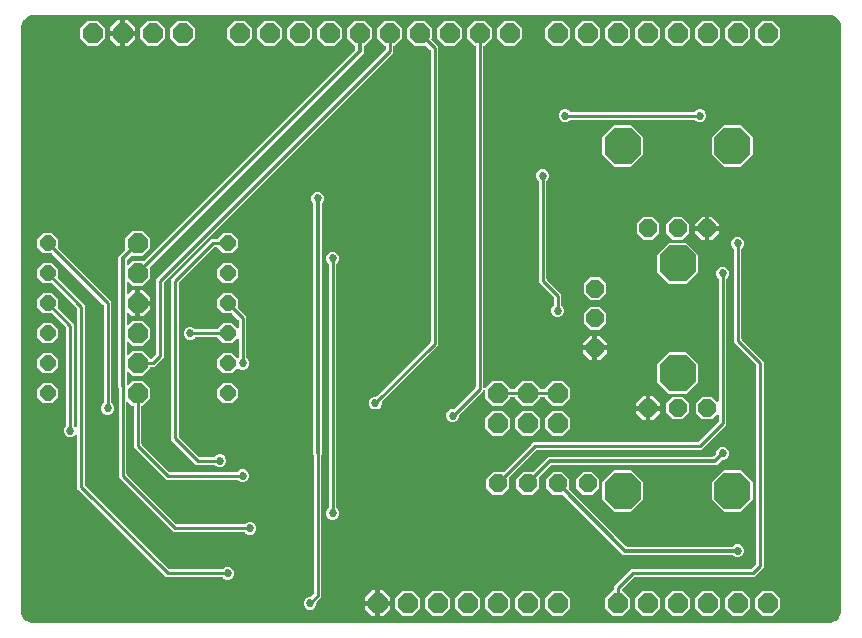
<source format=gbl>
G04 EAGLE Gerber RS-274X export*
G75*
%MOMM*%
%FSLAX34Y34*%
%LPD*%
%INBottom Copper*%
%IPPOS*%
%AMOC8*
5,1,8,0,0,1.08239X$1,22.5*%
G01*
%ADD10P,1.415766X8X112.500000*%
%ADD11P,1.814519X8X22.500000*%
%ADD12P,1.632244X8X112.500000*%
%ADD13P,1.814519X8X202.500000*%
%ADD14P,1.814519X8X112.500000*%
%ADD15P,1.632244X8X22.500000*%
%ADD16P,3.372727X8X22.500000*%
%ADD17P,1.632244X8X292.500000*%
%ADD18P,3.372727X8X292.500000*%
%ADD19P,1.632244X8X202.500000*%
%ADD20P,3.372727X8X202.500000*%
%ADD21C,0.685800*%
%ADD22C,0.254000*%
%ADD23C,0.304800*%

G36*
X12722Y2541D02*
X12722Y2541D01*
X12723Y2541D01*
X14191Y2541D01*
X14193Y2541D01*
X687300Y2541D01*
X687356Y2549D01*
X687399Y2546D01*
X689183Y2721D01*
X689460Y2789D01*
X689466Y2792D01*
X689472Y2794D01*
X692769Y4159D01*
X692795Y4175D01*
X692825Y4184D01*
X692889Y4230D01*
X693013Y4304D01*
X693058Y4350D01*
X693098Y4379D01*
X695621Y6902D01*
X695638Y6924D01*
X695658Y6941D01*
X695660Y6944D01*
X695663Y6947D01*
X695686Y6983D01*
X695715Y7028D01*
X695792Y7129D01*
X695803Y7160D01*
X695816Y7178D01*
X695824Y7204D01*
X695841Y7231D01*
X697206Y10528D01*
X697277Y10803D01*
X697277Y10810D01*
X697279Y10817D01*
X697454Y12600D01*
X697452Y12657D01*
X697459Y12700D01*
X697459Y507300D01*
X697451Y507356D01*
X697454Y507400D01*
X697279Y509183D01*
X697211Y509460D01*
X697208Y509466D01*
X697206Y509472D01*
X695841Y512769D01*
X695825Y512795D01*
X695816Y512825D01*
X695770Y512889D01*
X695696Y513013D01*
X695650Y513058D01*
X695621Y513098D01*
X693098Y515621D01*
X693073Y515639D01*
X693053Y515663D01*
X692986Y515705D01*
X692871Y515792D01*
X692811Y515815D01*
X692769Y515841D01*
X689472Y517206D01*
X689453Y517211D01*
X689442Y517217D01*
X689411Y517222D01*
X689197Y517277D01*
X689190Y517277D01*
X689183Y517279D01*
X687400Y517454D01*
X687343Y517452D01*
X687300Y517459D01*
X13529Y517459D01*
X13474Y517451D01*
X13430Y517454D01*
X11648Y517279D01*
X11483Y517239D01*
X11438Y517233D01*
X11416Y517223D01*
X11372Y517212D01*
X11365Y517208D01*
X11359Y517207D01*
X8067Y515845D01*
X8040Y515829D01*
X8011Y515820D01*
X7947Y515774D01*
X7822Y515700D01*
X7778Y515654D01*
X7738Y515625D01*
X5215Y513108D01*
X5197Y513084D01*
X5174Y513064D01*
X5132Y512997D01*
X5044Y512881D01*
X5021Y512821D01*
X4995Y512779D01*
X3627Y509489D01*
X3555Y509214D01*
X3555Y509207D01*
X3554Y509201D01*
X3375Y507419D01*
X3377Y507363D01*
X3370Y507320D01*
X3370Y507286D01*
X2562Y12710D01*
X2569Y12654D01*
X2566Y12610D01*
X2740Y10825D01*
X2807Y10549D01*
X2811Y10542D01*
X2812Y10536D01*
X4175Y7236D01*
X4191Y7209D01*
X4201Y7180D01*
X4246Y7116D01*
X4319Y6991D01*
X4327Y6984D01*
X4329Y6981D01*
X4368Y6944D01*
X4395Y6906D01*
X6918Y4380D01*
X6943Y4362D01*
X6963Y4338D01*
X7030Y4296D01*
X7145Y4209D01*
X7206Y4186D01*
X7248Y4160D01*
X10546Y2794D01*
X10821Y2723D01*
X10829Y2723D01*
X10835Y2721D01*
X12620Y2546D01*
X12676Y2548D01*
X12720Y2541D01*
X12722Y2541D01*
X12722Y2541D01*
G37*
%LPC*%
G36*
X195764Y77088D02*
X195764Y77088D01*
X193756Y77920D01*
X192726Y78950D01*
X192656Y79002D01*
X192592Y79062D01*
X192543Y79088D01*
X192499Y79121D01*
X192417Y79152D01*
X192339Y79192D01*
X192292Y79200D01*
X192233Y79222D01*
X192085Y79234D01*
X192008Y79247D01*
X131982Y79247D01*
X85597Y125632D01*
X85597Y201052D01*
X85585Y201139D01*
X85582Y201226D01*
X85565Y201279D01*
X85557Y201334D01*
X85522Y201414D01*
X85495Y201497D01*
X85467Y201536D01*
X85441Y201593D01*
X85345Y201706D01*
X85343Y201709D01*
X85343Y312623D01*
X87724Y315004D01*
X91003Y318283D01*
X91038Y318329D01*
X91080Y318370D01*
X91123Y318443D01*
X91174Y318510D01*
X91195Y318565D01*
X91224Y318615D01*
X91245Y318697D01*
X91275Y318776D01*
X91280Y318834D01*
X91294Y318891D01*
X91292Y318975D01*
X91298Y319059D01*
X91287Y319116D01*
X91285Y319175D01*
X91259Y319255D01*
X91243Y319338D01*
X91216Y319390D01*
X91198Y319445D01*
X91185Y319463D01*
X91185Y328164D01*
X97286Y334265D01*
X105914Y334265D01*
X112015Y328164D01*
X112015Y319536D01*
X105914Y313435D01*
X97211Y313435D01*
X97187Y313444D01*
X97136Y313474D01*
X97055Y313495D01*
X96976Y313525D01*
X96917Y313530D01*
X96861Y313544D01*
X96777Y313541D01*
X96693Y313549D01*
X96635Y313537D01*
X96577Y313535D01*
X96496Y313509D01*
X96414Y313493D01*
X96362Y313466D01*
X96306Y313448D01*
X96250Y313408D01*
X96161Y313362D01*
X96089Y313293D01*
X96033Y313253D01*
X92754Y309974D01*
X92702Y309904D01*
X92642Y309840D01*
X92616Y309791D01*
X92583Y309747D01*
X92552Y309665D01*
X92512Y309587D01*
X92504Y309540D01*
X92482Y309481D01*
X92470Y309334D01*
X92457Y309256D01*
X92457Y306486D01*
X92461Y306457D01*
X92458Y306428D01*
X92481Y306317D01*
X92497Y306205D01*
X92509Y306178D01*
X92514Y306149D01*
X92567Y306049D01*
X92613Y305945D01*
X92632Y305923D01*
X92645Y305897D01*
X92723Y305815D01*
X92796Y305728D01*
X92821Y305712D01*
X92841Y305691D01*
X92939Y305634D01*
X93033Y305571D01*
X93061Y305562D01*
X93086Y305547D01*
X93196Y305519D01*
X93304Y305485D01*
X93334Y305484D01*
X93362Y305477D01*
X93475Y305481D01*
X93588Y305478D01*
X93617Y305485D01*
X93646Y305486D01*
X93754Y305521D01*
X93863Y305550D01*
X93889Y305565D01*
X93917Y305574D01*
X93980Y305619D01*
X94108Y305695D01*
X94151Y305741D01*
X94190Y305769D01*
X97286Y308865D01*
X105989Y308865D01*
X106013Y308856D01*
X106064Y308826D01*
X106145Y308805D01*
X106224Y308775D01*
X106283Y308770D01*
X106339Y308756D01*
X106423Y308759D01*
X106507Y308751D01*
X106565Y308763D01*
X106623Y308765D01*
X106704Y308791D01*
X106786Y308807D01*
X106838Y308834D01*
X106894Y308852D01*
X106950Y308892D01*
X107039Y308938D01*
X107111Y309007D01*
X107167Y309047D01*
X285706Y487586D01*
X285758Y487656D01*
X285818Y487720D01*
X285844Y487769D01*
X285877Y487813D01*
X285908Y487895D01*
X285948Y487973D01*
X285956Y488020D01*
X285978Y488079D01*
X285990Y488226D01*
X286003Y488304D01*
X286003Y490220D01*
X285995Y490278D01*
X285997Y490336D01*
X285975Y490418D01*
X285963Y490502D01*
X285940Y490555D01*
X285925Y490611D01*
X285882Y490684D01*
X285847Y490761D01*
X285809Y490806D01*
X285780Y490856D01*
X285718Y490914D01*
X285664Y490978D01*
X285615Y491010D01*
X285572Y491050D01*
X285497Y491089D01*
X285427Y491136D01*
X285371Y491153D01*
X285319Y491180D01*
X285298Y491183D01*
X279145Y497336D01*
X279145Y505964D01*
X285246Y512065D01*
X293874Y512065D01*
X299975Y505964D01*
X299975Y497336D01*
X293821Y491182D01*
X293797Y491172D01*
X293741Y491157D01*
X293668Y491114D01*
X293591Y491079D01*
X293546Y491041D01*
X293496Y491012D01*
X293438Y490950D01*
X293374Y490896D01*
X293342Y490847D01*
X293302Y490804D01*
X293263Y490729D01*
X293216Y490659D01*
X293199Y490603D01*
X293172Y490551D01*
X293161Y490483D01*
X293131Y490388D01*
X293128Y490288D01*
X293117Y490220D01*
X293117Y484937D01*
X290736Y482556D01*
X112197Y304017D01*
X112162Y303971D01*
X112120Y303930D01*
X112077Y303857D01*
X112026Y303790D01*
X112005Y303735D01*
X111976Y303685D01*
X111955Y303603D01*
X111925Y303524D01*
X111920Y303466D01*
X111906Y303409D01*
X111908Y303325D01*
X111902Y303241D01*
X111913Y303184D01*
X111915Y303125D01*
X111941Y303045D01*
X111957Y302962D01*
X111984Y302910D01*
X112002Y302855D01*
X112015Y302837D01*
X112015Y294136D01*
X105914Y288035D01*
X97286Y288035D01*
X94190Y291131D01*
X94166Y291149D01*
X94147Y291172D01*
X94053Y291234D01*
X93963Y291302D01*
X93935Y291313D01*
X93911Y291329D01*
X93803Y291363D01*
X93697Y291404D01*
X93668Y291406D01*
X93640Y291415D01*
X93526Y291418D01*
X93414Y291427D01*
X93385Y291421D01*
X93356Y291422D01*
X93246Y291394D01*
X93135Y291371D01*
X93109Y291358D01*
X93081Y291350D01*
X92983Y291293D01*
X92883Y291240D01*
X92861Y291220D01*
X92836Y291205D01*
X92759Y291123D01*
X92677Y291045D01*
X92662Y291019D01*
X92642Y290998D01*
X92590Y290897D01*
X92533Y290799D01*
X92526Y290771D01*
X92512Y290745D01*
X92499Y290667D01*
X92463Y290524D01*
X92465Y290461D01*
X92457Y290414D01*
X92457Y281805D01*
X92461Y281776D01*
X92458Y281747D01*
X92481Y281635D01*
X92497Y281523D01*
X92509Y281497D01*
X92514Y281468D01*
X92567Y281367D01*
X92613Y281264D01*
X92632Y281242D01*
X92645Y281215D01*
X92723Y281133D01*
X92796Y281047D01*
X92821Y281031D01*
X92841Y281009D01*
X92939Y280952D01*
X93033Y280889D01*
X93061Y280880D01*
X93086Y280866D01*
X93196Y280838D01*
X93304Y280804D01*
X93334Y280803D01*
X93362Y280796D01*
X93475Y280799D01*
X93588Y280796D01*
X93617Y280804D01*
X93646Y280805D01*
X93754Y280839D01*
X93863Y280868D01*
X93889Y280883D01*
X93917Y280892D01*
X93980Y280938D01*
X94108Y281013D01*
X94151Y281059D01*
X94190Y281087D01*
X97076Y283973D01*
X99569Y283973D01*
X99569Y274066D01*
X99577Y274008D01*
X99575Y273950D01*
X99597Y273868D01*
X99609Y273785D01*
X99633Y273731D01*
X99647Y273675D01*
X99690Y273602D01*
X99725Y273525D01*
X99763Y273481D01*
X99793Y273430D01*
X99854Y273373D01*
X99909Y273308D01*
X99957Y273276D01*
X100000Y273236D01*
X100075Y273197D01*
X100145Y273151D01*
X100201Y273133D01*
X100253Y273106D01*
X100321Y273095D01*
X100416Y273065D01*
X100516Y273062D01*
X100584Y273051D01*
X101601Y273051D01*
X101601Y273049D01*
X100584Y273049D01*
X100526Y273041D01*
X100468Y273042D01*
X100386Y273021D01*
X100303Y273009D01*
X100249Y272985D01*
X100193Y272971D01*
X100120Y272928D01*
X100043Y272893D01*
X99998Y272855D01*
X99948Y272825D01*
X99890Y272764D01*
X99826Y272709D01*
X99794Y272661D01*
X99754Y272618D01*
X99715Y272543D01*
X99669Y272473D01*
X99651Y272417D01*
X99624Y272365D01*
X99613Y272297D01*
X99583Y272202D01*
X99580Y272102D01*
X99569Y272034D01*
X99569Y262127D01*
X97076Y262127D01*
X94190Y265013D01*
X94166Y265031D01*
X94147Y265053D01*
X94053Y265116D01*
X93963Y265184D01*
X93935Y265194D01*
X93911Y265211D01*
X93803Y265245D01*
X93697Y265285D01*
X93668Y265288D01*
X93640Y265296D01*
X93526Y265299D01*
X93414Y265309D01*
X93385Y265303D01*
X93356Y265304D01*
X93246Y265275D01*
X93135Y265253D01*
X93109Y265239D01*
X93081Y265232D01*
X92983Y265174D01*
X92883Y265122D01*
X92861Y265102D01*
X92836Y265087D01*
X92759Y265004D01*
X92677Y264926D01*
X92662Y264901D01*
X92642Y264879D01*
X92590Y264779D01*
X92533Y264681D01*
X92526Y264652D01*
X92512Y264626D01*
X92499Y264549D01*
X92463Y264405D01*
X92465Y264343D01*
X92457Y264295D01*
X92457Y255686D01*
X92461Y255657D01*
X92458Y255628D01*
X92481Y255517D01*
X92497Y255405D01*
X92509Y255378D01*
X92514Y255349D01*
X92567Y255249D01*
X92613Y255145D01*
X92632Y255123D01*
X92645Y255097D01*
X92723Y255015D01*
X92796Y254928D01*
X92821Y254912D01*
X92841Y254891D01*
X92939Y254834D01*
X93033Y254771D01*
X93061Y254762D01*
X93086Y254747D01*
X93196Y254719D01*
X93304Y254685D01*
X93334Y254684D01*
X93362Y254677D01*
X93475Y254681D01*
X93588Y254678D01*
X93617Y254685D01*
X93646Y254686D01*
X93754Y254721D01*
X93863Y254750D01*
X93889Y254765D01*
X93917Y254774D01*
X93980Y254819D01*
X94108Y254895D01*
X94151Y254941D01*
X94190Y254969D01*
X97286Y258065D01*
X105914Y258065D01*
X112015Y251964D01*
X112015Y243336D01*
X105914Y237235D01*
X97286Y237235D01*
X94190Y240331D01*
X94166Y240349D01*
X94147Y240372D01*
X94053Y240434D01*
X93963Y240502D01*
X93935Y240513D01*
X93911Y240529D01*
X93803Y240563D01*
X93697Y240604D01*
X93668Y240606D01*
X93640Y240615D01*
X93526Y240618D01*
X93414Y240627D01*
X93385Y240621D01*
X93356Y240622D01*
X93246Y240594D01*
X93135Y240571D01*
X93109Y240558D01*
X93081Y240550D01*
X92983Y240493D01*
X92883Y240440D01*
X92861Y240420D01*
X92836Y240405D01*
X92759Y240323D01*
X92677Y240245D01*
X92662Y240219D01*
X92642Y240198D01*
X92590Y240097D01*
X92533Y239999D01*
X92526Y239971D01*
X92512Y239945D01*
X92499Y239867D01*
X92463Y239724D01*
X92465Y239661D01*
X92457Y239614D01*
X92457Y230286D01*
X92461Y230257D01*
X92458Y230228D01*
X92481Y230117D01*
X92497Y230005D01*
X92509Y229978D01*
X92514Y229949D01*
X92567Y229849D01*
X92613Y229745D01*
X92632Y229723D01*
X92645Y229697D01*
X92723Y229615D01*
X92796Y229528D01*
X92821Y229512D01*
X92841Y229491D01*
X92939Y229434D01*
X93033Y229371D01*
X93061Y229362D01*
X93086Y229347D01*
X93196Y229319D01*
X93304Y229285D01*
X93334Y229284D01*
X93362Y229277D01*
X93475Y229281D01*
X93588Y229278D01*
X93617Y229285D01*
X93646Y229286D01*
X93754Y229321D01*
X93863Y229350D01*
X93889Y229365D01*
X93917Y229374D01*
X93980Y229419D01*
X94108Y229495D01*
X94151Y229541D01*
X94190Y229569D01*
X97286Y232665D01*
X105914Y232665D01*
X112261Y226318D01*
X112308Y226282D01*
X112348Y226240D01*
X112421Y226197D01*
X112488Y226147D01*
X112543Y226126D01*
X112593Y226096D01*
X112675Y226076D01*
X112754Y226045D01*
X112812Y226041D01*
X112869Y226026D01*
X112953Y226029D01*
X113037Y226022D01*
X113094Y226033D01*
X113153Y226035D01*
X113233Y226061D01*
X113316Y226078D01*
X113368Y226105D01*
X113423Y226123D01*
X113480Y226163D01*
X113568Y226209D01*
X113641Y226278D01*
X113697Y226318D01*
X117050Y229671D01*
X117102Y229740D01*
X117162Y229804D01*
X117188Y229854D01*
X117221Y229898D01*
X117252Y229980D01*
X117292Y230058D01*
X117300Y230105D01*
X117322Y230164D01*
X117334Y230311D01*
X117347Y230389D01*
X117347Y293468D01*
X311360Y487481D01*
X311412Y487550D01*
X311472Y487614D01*
X311498Y487664D01*
X311531Y487708D01*
X311562Y487790D01*
X311602Y487868D01*
X311610Y487915D01*
X311632Y487974D01*
X311644Y488121D01*
X311657Y488199D01*
X311657Y490220D01*
X311649Y490278D01*
X311651Y490336D01*
X311629Y490418D01*
X311617Y490502D01*
X311594Y490555D01*
X311579Y490611D01*
X311536Y490684D01*
X311501Y490761D01*
X311463Y490806D01*
X311434Y490856D01*
X311372Y490914D01*
X311318Y490978D01*
X311269Y491010D01*
X311226Y491050D01*
X311151Y491089D01*
X311081Y491136D01*
X311025Y491153D01*
X310973Y491180D01*
X310905Y491191D01*
X310810Y491221D01*
X310710Y491224D01*
X310647Y491234D01*
X304545Y497336D01*
X304545Y505964D01*
X310646Y512065D01*
X319274Y512065D01*
X325375Y505964D01*
X325375Y497336D01*
X319273Y491235D01*
X319220Y491227D01*
X319162Y491229D01*
X319080Y491207D01*
X318996Y491195D01*
X318943Y491172D01*
X318887Y491157D01*
X318814Y491114D01*
X318737Y491079D01*
X318692Y491041D01*
X318642Y491012D01*
X318584Y490950D01*
X318520Y490896D01*
X318488Y490847D01*
X318448Y490804D01*
X318409Y490729D01*
X318362Y490659D01*
X318345Y490603D01*
X318318Y490551D01*
X318307Y490483D01*
X318277Y490388D01*
X318274Y490288D01*
X318263Y490220D01*
X318263Y485042D01*
X124250Y291029D01*
X124198Y290960D01*
X124138Y290896D01*
X124112Y290846D01*
X124079Y290802D01*
X124048Y290720D01*
X124008Y290642D01*
X124000Y290595D01*
X123978Y290536D01*
X123966Y290389D01*
X123953Y290311D01*
X123953Y227232D01*
X115668Y218947D01*
X113030Y218947D01*
X112972Y218939D01*
X112914Y218941D01*
X112832Y218919D01*
X112748Y218907D01*
X112695Y218884D01*
X112639Y218869D01*
X112566Y218826D01*
X112489Y218791D01*
X112444Y218753D01*
X112394Y218724D01*
X112336Y218662D01*
X112272Y218608D01*
X112240Y218559D01*
X112200Y218516D01*
X112161Y218441D01*
X112114Y218371D01*
X112097Y218315D01*
X112070Y218263D01*
X112059Y218195D01*
X112029Y218100D01*
X112026Y218000D01*
X112016Y217937D01*
X105914Y211835D01*
X97286Y211835D01*
X94190Y214931D01*
X94166Y214949D01*
X94147Y214972D01*
X94053Y215034D01*
X93963Y215102D01*
X93935Y215113D01*
X93911Y215129D01*
X93803Y215163D01*
X93697Y215204D01*
X93668Y215206D01*
X93640Y215215D01*
X93526Y215218D01*
X93414Y215227D01*
X93385Y215221D01*
X93356Y215222D01*
X93246Y215194D01*
X93135Y215171D01*
X93109Y215158D01*
X93081Y215150D01*
X92983Y215093D01*
X92883Y215040D01*
X92861Y215020D01*
X92836Y215005D01*
X92759Y214923D01*
X92677Y214845D01*
X92662Y214819D01*
X92642Y214798D01*
X92590Y214697D01*
X92533Y214599D01*
X92526Y214571D01*
X92512Y214545D01*
X92499Y214467D01*
X92463Y214324D01*
X92465Y214261D01*
X92457Y214214D01*
X92457Y204886D01*
X92461Y204857D01*
X92458Y204828D01*
X92481Y204717D01*
X92497Y204605D01*
X92509Y204578D01*
X92514Y204549D01*
X92567Y204449D01*
X92613Y204345D01*
X92632Y204323D01*
X92645Y204297D01*
X92723Y204215D01*
X92796Y204128D01*
X92821Y204112D01*
X92841Y204091D01*
X92939Y204034D01*
X93033Y203971D01*
X93061Y203962D01*
X93086Y203947D01*
X93196Y203919D01*
X93304Y203885D01*
X93334Y203884D01*
X93362Y203877D01*
X93475Y203881D01*
X93588Y203878D01*
X93617Y203885D01*
X93646Y203886D01*
X93754Y203921D01*
X93863Y203950D01*
X93889Y203965D01*
X93917Y203974D01*
X93980Y204019D01*
X94108Y204095D01*
X94151Y204141D01*
X94190Y204169D01*
X97286Y207265D01*
X105914Y207265D01*
X112015Y201164D01*
X112015Y192536D01*
X105913Y186435D01*
X105860Y186427D01*
X105802Y186429D01*
X105720Y186407D01*
X105636Y186395D01*
X105583Y186372D01*
X105527Y186357D01*
X105454Y186314D01*
X105377Y186279D01*
X105332Y186241D01*
X105282Y186212D01*
X105224Y186150D01*
X105160Y186096D01*
X105128Y186047D01*
X105088Y186004D01*
X105049Y185929D01*
X105002Y185859D01*
X104985Y185803D01*
X104958Y185751D01*
X104947Y185683D01*
X104917Y185588D01*
X104914Y185488D01*
X104903Y185420D01*
X104903Y154189D01*
X104915Y154102D01*
X104918Y154015D01*
X104935Y153962D01*
X104943Y153907D01*
X104978Y153827D01*
X105005Y153744D01*
X105033Y153705D01*
X105059Y153648D01*
X105155Y153534D01*
X105200Y153471D01*
X128071Y130600D01*
X128140Y130548D01*
X128204Y130488D01*
X128254Y130462D01*
X128298Y130429D01*
X128380Y130398D01*
X128458Y130358D01*
X128505Y130350D01*
X128564Y130328D01*
X128711Y130316D01*
X128789Y130303D01*
X185658Y130303D01*
X185745Y130315D01*
X185832Y130318D01*
X185885Y130335D01*
X185940Y130343D01*
X186019Y130378D01*
X186103Y130405D01*
X186142Y130433D01*
X186199Y130459D01*
X186312Y130555D01*
X186376Y130600D01*
X187406Y131630D01*
X189414Y132462D01*
X191586Y132462D01*
X193594Y131630D01*
X195130Y130094D01*
X195962Y128086D01*
X195962Y125914D01*
X195130Y123906D01*
X193594Y122370D01*
X191586Y121538D01*
X189414Y121538D01*
X187406Y122370D01*
X186376Y123400D01*
X186306Y123452D01*
X186242Y123512D01*
X186193Y123538D01*
X186149Y123571D01*
X186067Y123602D01*
X185989Y123642D01*
X185942Y123650D01*
X185883Y123672D01*
X185735Y123684D01*
X185658Y123697D01*
X125632Y123697D01*
X98297Y151032D01*
X98297Y185420D01*
X98289Y185478D01*
X98291Y185536D01*
X98269Y185618D01*
X98257Y185702D01*
X98234Y185755D01*
X98219Y185811D01*
X98176Y185884D01*
X98141Y185961D01*
X98103Y186006D01*
X98074Y186056D01*
X98012Y186114D01*
X97958Y186178D01*
X97909Y186210D01*
X97866Y186250D01*
X97791Y186289D01*
X97721Y186336D01*
X97665Y186353D01*
X97613Y186380D01*
X97545Y186391D01*
X97450Y186421D01*
X97350Y186424D01*
X97287Y186434D01*
X93936Y189785D01*
X93912Y189803D01*
X93893Y189826D01*
X93799Y189888D01*
X93709Y189956D01*
X93681Y189967D01*
X93657Y189983D01*
X93549Y190017D01*
X93443Y190058D01*
X93414Y190060D01*
X93386Y190069D01*
X93272Y190072D01*
X93160Y190081D01*
X93131Y190075D01*
X93102Y190076D01*
X92992Y190048D01*
X92881Y190025D01*
X92855Y190012D01*
X92827Y190004D01*
X92729Y189947D01*
X92629Y189894D01*
X92607Y189874D01*
X92582Y189859D01*
X92505Y189777D01*
X92423Y189699D01*
X92408Y189673D01*
X92388Y189652D01*
X92336Y189551D01*
X92279Y189453D01*
X92272Y189425D01*
X92258Y189399D01*
X92245Y189321D01*
X92209Y189178D01*
X92211Y189115D01*
X92203Y189068D01*
X92203Y128789D01*
X92215Y128702D01*
X92218Y128615D01*
X92235Y128562D01*
X92243Y128507D01*
X92278Y128427D01*
X92305Y128344D01*
X92333Y128305D01*
X92359Y128248D01*
X92455Y128134D01*
X92500Y128071D01*
X134421Y86150D01*
X134490Y86098D01*
X134554Y86038D01*
X134604Y86012D01*
X134648Y85979D01*
X134730Y85948D01*
X134808Y85908D01*
X134855Y85900D01*
X134914Y85878D01*
X135061Y85866D01*
X135139Y85853D01*
X192008Y85853D01*
X192095Y85865D01*
X192182Y85868D01*
X192235Y85885D01*
X192290Y85893D01*
X192369Y85928D01*
X192453Y85955D01*
X192492Y85983D01*
X192549Y86009D01*
X192662Y86105D01*
X192726Y86150D01*
X193756Y87180D01*
X195764Y88012D01*
X197936Y88012D01*
X199944Y87180D01*
X201480Y85644D01*
X202312Y83636D01*
X202312Y81464D01*
X201480Y79456D01*
X199944Y77920D01*
X197936Y77088D01*
X195764Y77088D01*
G37*
%LPD*%
%LPC*%
G36*
X367214Y172338D02*
X367214Y172338D01*
X365206Y173170D01*
X363670Y174706D01*
X362838Y176714D01*
X362838Y178886D01*
X363670Y180894D01*
X365206Y182430D01*
X367214Y183262D01*
X368670Y183262D01*
X368757Y183274D01*
X368844Y183277D01*
X368897Y183294D01*
X368952Y183302D01*
X369032Y183337D01*
X369115Y183364D01*
X369154Y183392D01*
X369211Y183418D01*
X369325Y183514D01*
X369388Y183559D01*
X387560Y201731D01*
X387612Y201800D01*
X387672Y201864D01*
X387698Y201914D01*
X387731Y201958D01*
X387762Y202040D01*
X387802Y202117D01*
X387810Y202165D01*
X387832Y202224D01*
X387844Y202371D01*
X387857Y202449D01*
X387857Y490220D01*
X387849Y490278D01*
X387851Y490336D01*
X387829Y490418D01*
X387817Y490502D01*
X387794Y490555D01*
X387779Y490611D01*
X387736Y490684D01*
X387701Y490761D01*
X387663Y490806D01*
X387634Y490856D01*
X387572Y490914D01*
X387518Y490978D01*
X387469Y491010D01*
X387426Y491050D01*
X387351Y491089D01*
X387281Y491136D01*
X387225Y491153D01*
X387173Y491180D01*
X387105Y491191D01*
X387010Y491221D01*
X386910Y491224D01*
X386847Y491234D01*
X380745Y497336D01*
X380745Y505964D01*
X386846Y512065D01*
X395474Y512065D01*
X401575Y505964D01*
X401575Y497336D01*
X395473Y491235D01*
X395420Y491227D01*
X395362Y491229D01*
X395280Y491207D01*
X395196Y491195D01*
X395143Y491172D01*
X395087Y491157D01*
X395014Y491114D01*
X394937Y491079D01*
X394892Y491041D01*
X394842Y491012D01*
X394784Y490950D01*
X394720Y490896D01*
X394688Y490847D01*
X394648Y490804D01*
X394609Y490729D01*
X394562Y490659D01*
X394545Y490603D01*
X394518Y490551D01*
X394507Y490483D01*
X394477Y490388D01*
X394474Y490288D01*
X394463Y490220D01*
X394463Y202092D01*
X394467Y202063D01*
X394464Y202034D01*
X394487Y201923D01*
X394503Y201811D01*
X394515Y201784D01*
X394520Y201755D01*
X394572Y201655D01*
X394619Y201551D01*
X394638Y201529D01*
X394651Y201503D01*
X394729Y201421D01*
X394802Y201334D01*
X394827Y201318D01*
X394847Y201297D01*
X394945Y201240D01*
X395039Y201177D01*
X395067Y201168D01*
X395092Y201153D01*
X395202Y201125D01*
X395310Y201091D01*
X395340Y201090D01*
X395368Y201083D01*
X395481Y201087D01*
X395594Y201084D01*
X395623Y201091D01*
X395652Y201092D01*
X395760Y201127D01*
X395869Y201156D01*
X395895Y201171D01*
X395923Y201180D01*
X395986Y201225D01*
X396114Y201301D01*
X396157Y201347D01*
X396196Y201375D01*
X402086Y207265D01*
X410714Y207265D01*
X416815Y201163D01*
X416823Y201110D01*
X416821Y201052D01*
X416843Y200970D01*
X416855Y200886D01*
X416878Y200833D01*
X416893Y200777D01*
X416936Y200704D01*
X416971Y200627D01*
X417009Y200582D01*
X417038Y200532D01*
X417100Y200474D01*
X417154Y200410D01*
X417203Y200378D01*
X417246Y200338D01*
X417321Y200299D01*
X417391Y200252D01*
X417447Y200235D01*
X417499Y200208D01*
X417567Y200197D01*
X417662Y200167D01*
X417762Y200164D01*
X417830Y200153D01*
X420370Y200153D01*
X420428Y200161D01*
X420486Y200159D01*
X420568Y200181D01*
X420652Y200193D01*
X420705Y200216D01*
X420761Y200231D01*
X420834Y200274D01*
X420911Y200309D01*
X420956Y200347D01*
X421006Y200376D01*
X421064Y200438D01*
X421128Y200492D01*
X421160Y200541D01*
X421200Y200584D01*
X421239Y200659D01*
X421286Y200729D01*
X421303Y200785D01*
X421330Y200837D01*
X421341Y200905D01*
X421371Y201000D01*
X421374Y201100D01*
X421384Y201163D01*
X427486Y207265D01*
X436114Y207265D01*
X442215Y201163D01*
X442223Y201110D01*
X442221Y201052D01*
X442243Y200970D01*
X442255Y200886D01*
X442278Y200833D01*
X442293Y200777D01*
X442336Y200704D01*
X442371Y200627D01*
X442409Y200582D01*
X442438Y200532D01*
X442500Y200474D01*
X442554Y200410D01*
X442603Y200378D01*
X442646Y200338D01*
X442721Y200299D01*
X442791Y200252D01*
X442847Y200235D01*
X442899Y200208D01*
X442967Y200197D01*
X443062Y200167D01*
X443162Y200164D01*
X443230Y200153D01*
X445770Y200153D01*
X445828Y200161D01*
X445886Y200159D01*
X445968Y200181D01*
X446052Y200193D01*
X446105Y200216D01*
X446161Y200231D01*
X446234Y200274D01*
X446311Y200309D01*
X446356Y200347D01*
X446406Y200376D01*
X446464Y200438D01*
X446528Y200492D01*
X446560Y200541D01*
X446600Y200584D01*
X446639Y200659D01*
X446686Y200729D01*
X446703Y200785D01*
X446730Y200837D01*
X446741Y200905D01*
X446771Y201000D01*
X446774Y201100D01*
X446784Y201163D01*
X452886Y207265D01*
X461514Y207265D01*
X467615Y201164D01*
X467615Y192536D01*
X461514Y186435D01*
X452886Y186435D01*
X446785Y192537D01*
X446777Y192590D01*
X446779Y192648D01*
X446757Y192730D01*
X446745Y192814D01*
X446722Y192867D01*
X446707Y192923D01*
X446664Y192996D01*
X446629Y193073D01*
X446591Y193118D01*
X446562Y193168D01*
X446500Y193226D01*
X446446Y193290D01*
X446397Y193322D01*
X446354Y193362D01*
X446279Y193401D01*
X446209Y193448D01*
X446153Y193465D01*
X446101Y193492D01*
X446033Y193503D01*
X445938Y193533D01*
X445838Y193536D01*
X445770Y193547D01*
X443230Y193547D01*
X443172Y193539D01*
X443114Y193541D01*
X443032Y193519D01*
X442948Y193507D01*
X442895Y193484D01*
X442839Y193469D01*
X442766Y193426D01*
X442689Y193391D01*
X442644Y193353D01*
X442594Y193324D01*
X442536Y193262D01*
X442472Y193208D01*
X442440Y193159D01*
X442400Y193116D01*
X442361Y193041D01*
X442314Y192971D01*
X442297Y192915D01*
X442270Y192863D01*
X442259Y192795D01*
X442229Y192700D01*
X442226Y192600D01*
X442216Y192537D01*
X436114Y186435D01*
X427486Y186435D01*
X421385Y192537D01*
X421377Y192590D01*
X421379Y192648D01*
X421357Y192730D01*
X421345Y192814D01*
X421322Y192867D01*
X421307Y192923D01*
X421264Y192996D01*
X421229Y193073D01*
X421191Y193118D01*
X421162Y193168D01*
X421100Y193226D01*
X421046Y193290D01*
X420997Y193322D01*
X420954Y193362D01*
X420879Y193401D01*
X420809Y193448D01*
X420753Y193465D01*
X420701Y193492D01*
X420633Y193503D01*
X420538Y193533D01*
X420438Y193536D01*
X420370Y193547D01*
X417830Y193547D01*
X417772Y193539D01*
X417714Y193541D01*
X417632Y193519D01*
X417548Y193507D01*
X417495Y193484D01*
X417439Y193469D01*
X417366Y193426D01*
X417289Y193391D01*
X417244Y193353D01*
X417194Y193324D01*
X417136Y193262D01*
X417072Y193208D01*
X417040Y193159D01*
X417000Y193116D01*
X416961Y193041D01*
X416914Y192971D01*
X416897Y192915D01*
X416870Y192863D01*
X416859Y192795D01*
X416829Y192700D01*
X416826Y192600D01*
X416816Y192537D01*
X410714Y186435D01*
X402086Y186435D01*
X395985Y192536D01*
X395985Y198363D01*
X395981Y198393D01*
X395984Y198422D01*
X395961Y198533D01*
X395945Y198645D01*
X395933Y198672D01*
X395928Y198701D01*
X395875Y198801D01*
X395829Y198904D01*
X395810Y198927D01*
X395797Y198953D01*
X395719Y199035D01*
X395646Y199121D01*
X395621Y199138D01*
X395601Y199159D01*
X395503Y199216D01*
X395409Y199279D01*
X395381Y199288D01*
X395356Y199303D01*
X395246Y199330D01*
X395138Y199365D01*
X395108Y199366D01*
X395080Y199373D01*
X394967Y199369D01*
X394854Y199372D01*
X394825Y199365D01*
X394796Y199364D01*
X394688Y199329D01*
X394579Y199300D01*
X394553Y199285D01*
X394525Y199276D01*
X394462Y199231D01*
X394334Y199155D01*
X394291Y199109D01*
X394252Y199081D01*
X392231Y197060D01*
X374059Y178888D01*
X374044Y178869D01*
X374028Y178854D01*
X373997Y178808D01*
X373947Y178755D01*
X373921Y178705D01*
X373888Y178661D01*
X373874Y178624D01*
X373870Y178618D01*
X373862Y178592D01*
X373857Y178579D01*
X373817Y178502D01*
X373809Y178454D01*
X373787Y178395D01*
X373775Y178248D01*
X373762Y178170D01*
X373762Y176714D01*
X372930Y174706D01*
X371394Y173170D01*
X369386Y172338D01*
X367214Y172338D01*
G37*
%LPD*%
%LPC*%
G36*
X176714Y38988D02*
X176714Y38988D01*
X174706Y39820D01*
X173676Y40850D01*
X173606Y40902D01*
X173542Y40962D01*
X173493Y40988D01*
X173449Y41021D01*
X173367Y41052D01*
X173289Y41092D01*
X173242Y41100D01*
X173183Y41122D01*
X173035Y41134D01*
X172958Y41147D01*
X125632Y41147D01*
X50672Y116107D01*
X50672Y161147D01*
X50668Y161176D01*
X50671Y161205D01*
X50648Y161317D01*
X50632Y161429D01*
X50620Y161455D01*
X50615Y161484D01*
X50562Y161585D01*
X50516Y161688D01*
X50497Y161710D01*
X50484Y161737D01*
X50406Y161819D01*
X50333Y161905D01*
X50308Y161921D01*
X50288Y161943D01*
X50190Y162000D01*
X50096Y162063D01*
X50068Y162072D01*
X50043Y162086D01*
X49933Y162114D01*
X49825Y162148D01*
X49795Y162149D01*
X49767Y162156D01*
X49654Y162153D01*
X49541Y162156D01*
X49512Y162148D01*
X49483Y162147D01*
X49375Y162113D01*
X49266Y162084D01*
X49240Y162069D01*
X49212Y162060D01*
X49148Y162014D01*
X49021Y161939D01*
X48978Y161893D01*
X48939Y161865D01*
X47544Y160470D01*
X45536Y159638D01*
X43364Y159638D01*
X41356Y160470D01*
X39820Y162006D01*
X38988Y164014D01*
X38988Y166186D01*
X39820Y168194D01*
X40850Y169224D01*
X40902Y169294D01*
X40962Y169358D01*
X40988Y169407D01*
X41021Y169451D01*
X41052Y169533D01*
X41092Y169611D01*
X41100Y169658D01*
X41122Y169717D01*
X41134Y169865D01*
X41147Y169942D01*
X41147Y252211D01*
X41135Y252298D01*
X41132Y252385D01*
X41115Y252438D01*
X41107Y252493D01*
X41072Y252573D01*
X41045Y252656D01*
X41017Y252695D01*
X40991Y252752D01*
X40895Y252866D01*
X40850Y252929D01*
X29599Y264180D01*
X29530Y264232D01*
X29466Y264292D01*
X29416Y264318D01*
X29372Y264351D01*
X29290Y264382D01*
X29212Y264422D01*
X29165Y264430D01*
X29106Y264452D01*
X28959Y264464D01*
X28881Y264477D01*
X21849Y264477D01*
X16827Y269499D01*
X16827Y276601D01*
X21849Y281623D01*
X28951Y281623D01*
X33973Y276601D01*
X33973Y269569D01*
X33985Y269482D01*
X33988Y269395D01*
X34005Y269342D01*
X34013Y269287D01*
X34048Y269207D01*
X34075Y269124D01*
X34103Y269085D01*
X34129Y269028D01*
X34190Y268956D01*
X34214Y268916D01*
X34244Y268887D01*
X34270Y268851D01*
X47753Y255368D01*
X47753Y169942D01*
X47765Y169855D01*
X47768Y169768D01*
X47785Y169715D01*
X47793Y169660D01*
X47828Y169581D01*
X47855Y169497D01*
X47883Y169458D01*
X47909Y169401D01*
X48005Y169288D01*
X48050Y169224D01*
X48939Y168335D01*
X48963Y168317D01*
X48982Y168295D01*
X49076Y168232D01*
X49166Y168164D01*
X49194Y168154D01*
X49218Y168137D01*
X49326Y168103D01*
X49432Y168063D01*
X49461Y168060D01*
X49489Y168052D01*
X49603Y168049D01*
X49715Y168039D01*
X49744Y168045D01*
X49773Y168044D01*
X49883Y168073D01*
X49994Y168095D01*
X50020Y168109D01*
X50048Y168116D01*
X50146Y168174D01*
X50246Y168226D01*
X50268Y168246D01*
X50293Y168261D01*
X50370Y168344D01*
X50452Y168422D01*
X50467Y168447D01*
X50487Y168469D01*
X50539Y168570D01*
X50596Y168667D01*
X50603Y168696D01*
X50617Y168722D01*
X50630Y168799D01*
X50666Y168943D01*
X50664Y169005D01*
X50672Y169053D01*
X50672Y268086D01*
X50660Y268173D01*
X50657Y268260D01*
X50640Y268313D01*
X50632Y268368D01*
X50597Y268448D01*
X50570Y268531D01*
X50542Y268570D01*
X50516Y268627D01*
X50420Y268741D01*
X50375Y268804D01*
X29599Y289580D01*
X29530Y289632D01*
X29466Y289692D01*
X29416Y289718D01*
X29372Y289751D01*
X29290Y289782D01*
X29212Y289822D01*
X29165Y289830D01*
X29106Y289852D01*
X28959Y289864D01*
X28881Y289877D01*
X21849Y289877D01*
X16827Y294899D01*
X16827Y302001D01*
X21849Y307023D01*
X28951Y307023D01*
X33973Y302001D01*
X33973Y294969D01*
X33985Y294882D01*
X33988Y294795D01*
X34005Y294742D01*
X34013Y294687D01*
X34048Y294607D01*
X34075Y294524D01*
X34103Y294485D01*
X34129Y294428D01*
X34215Y294325D01*
X34232Y294297D01*
X34247Y294283D01*
X34270Y294251D01*
X57278Y271243D01*
X57278Y119264D01*
X57285Y119210D01*
X57284Y119178D01*
X57291Y119154D01*
X57293Y119090D01*
X57310Y119037D01*
X57318Y118982D01*
X57353Y118902D01*
X57380Y118819D01*
X57408Y118780D01*
X57434Y118723D01*
X57530Y118609D01*
X57575Y118546D01*
X128071Y48050D01*
X128140Y47998D01*
X128204Y47938D01*
X128254Y47912D01*
X128298Y47879D01*
X128380Y47848D01*
X128458Y47808D01*
X128505Y47800D01*
X128564Y47778D01*
X128711Y47766D01*
X128789Y47753D01*
X172958Y47753D01*
X173045Y47765D01*
X173132Y47768D01*
X173185Y47785D01*
X173240Y47793D01*
X173319Y47828D01*
X173403Y47855D01*
X173442Y47883D01*
X173499Y47909D01*
X173612Y48005D01*
X173676Y48050D01*
X174706Y49080D01*
X176714Y49912D01*
X178886Y49912D01*
X180894Y49080D01*
X182430Y47544D01*
X183262Y45536D01*
X183262Y43364D01*
X182430Y41356D01*
X180894Y39820D01*
X178886Y38988D01*
X176714Y38988D01*
G37*
%LPD*%
%LPC*%
G36*
X503686Y8635D02*
X503686Y8635D01*
X497585Y14736D01*
X497585Y23364D01*
X503687Y29465D01*
X503740Y29473D01*
X503798Y29471D01*
X503880Y29493D01*
X503964Y29505D01*
X504017Y29528D01*
X504073Y29543D01*
X504146Y29586D01*
X504223Y29621D01*
X504268Y29659D01*
X504318Y29688D01*
X504376Y29750D01*
X504440Y29804D01*
X504472Y29853D01*
X504512Y29896D01*
X504551Y29971D01*
X504598Y30041D01*
X504615Y30097D01*
X504642Y30149D01*
X504653Y30217D01*
X504683Y30312D01*
X504686Y30412D01*
X504697Y30480D01*
X504697Y33118D01*
X519332Y47753D01*
X620511Y47753D01*
X620598Y47765D01*
X620685Y47768D01*
X620738Y47785D01*
X620793Y47793D01*
X620873Y47828D01*
X620956Y47855D01*
X620995Y47883D01*
X621052Y47909D01*
X621166Y48005D01*
X621229Y48050D01*
X625050Y51871D01*
X625102Y51940D01*
X625162Y52004D01*
X625188Y52054D01*
X625221Y52098D01*
X625252Y52180D01*
X625292Y52258D01*
X625300Y52305D01*
X625322Y52364D01*
X625334Y52511D01*
X625347Y52589D01*
X625347Y220461D01*
X625335Y220548D01*
X625332Y220635D01*
X625315Y220688D01*
X625307Y220743D01*
X625272Y220823D01*
X625245Y220906D01*
X625217Y220945D01*
X625191Y221002D01*
X625095Y221116D01*
X625050Y221179D01*
X606297Y239932D01*
X606297Y319008D01*
X606285Y319095D01*
X606282Y319182D01*
X606265Y319235D01*
X606257Y319290D01*
X606222Y319369D01*
X606195Y319453D01*
X606167Y319492D01*
X606141Y319549D01*
X606045Y319662D01*
X606000Y319726D01*
X604970Y320756D01*
X604138Y322764D01*
X604138Y324936D01*
X604970Y326944D01*
X606506Y328480D01*
X608514Y329312D01*
X610686Y329312D01*
X612694Y328480D01*
X614230Y326944D01*
X615062Y324936D01*
X615062Y322764D01*
X614230Y320756D01*
X613200Y319726D01*
X613148Y319656D01*
X613088Y319592D01*
X613062Y319543D01*
X613029Y319499D01*
X612998Y319417D01*
X612958Y319339D01*
X612950Y319292D01*
X612928Y319233D01*
X612916Y319085D01*
X612903Y319008D01*
X612903Y243089D01*
X612909Y243041D01*
X612909Y243039D01*
X612910Y243036D01*
X612915Y243002D01*
X612918Y242915D01*
X612935Y242862D01*
X612943Y242807D01*
X612978Y242727D01*
X613005Y242644D01*
X613033Y242605D01*
X613059Y242548D01*
X613155Y242434D01*
X613200Y242371D01*
X631953Y223618D01*
X631953Y49432D01*
X623668Y41147D01*
X522489Y41147D01*
X522402Y41135D01*
X522315Y41132D01*
X522262Y41115D01*
X522207Y41107D01*
X522127Y41072D01*
X522044Y41045D01*
X522005Y41017D01*
X521948Y40991D01*
X521834Y40895D01*
X521771Y40850D01*
X512068Y31147D01*
X512033Y31100D01*
X511990Y31060D01*
X511947Y30987D01*
X511897Y30920D01*
X511876Y30865D01*
X511846Y30815D01*
X511826Y30733D01*
X511795Y30654D01*
X511791Y30596D01*
X511776Y30539D01*
X511779Y30455D01*
X511772Y30371D01*
X511783Y30313D01*
X511785Y30255D01*
X511811Y30175D01*
X511828Y30092D01*
X511855Y30040D01*
X511873Y29984D01*
X511913Y29928D01*
X511959Y29840D01*
X512028Y29767D01*
X512068Y29711D01*
X518415Y23364D01*
X518415Y14736D01*
X512314Y8635D01*
X503686Y8635D01*
G37*
%LPD*%
%LPC*%
G36*
X402435Y111077D02*
X402435Y111077D01*
X396827Y116685D01*
X396827Y124615D01*
X402435Y130223D01*
X410549Y130223D01*
X410608Y130200D01*
X410667Y130195D01*
X410723Y130181D01*
X410808Y130184D01*
X410891Y130176D01*
X410949Y130188D01*
X411008Y130190D01*
X411088Y130216D01*
X411170Y130232D01*
X411222Y130259D01*
X411278Y130277D01*
X411334Y130317D01*
X411423Y130363D01*
X411495Y130432D01*
X411551Y130472D01*
X434550Y153471D01*
X436782Y155703D01*
X576061Y155703D01*
X576148Y155715D01*
X576235Y155718D01*
X576288Y155735D01*
X576343Y155743D01*
X576423Y155778D01*
X576506Y155805D01*
X576545Y155833D01*
X576602Y155859D01*
X576716Y155955D01*
X576779Y156000D01*
X593300Y172521D01*
X593352Y172590D01*
X593412Y172654D01*
X593438Y172704D01*
X593471Y172748D01*
X593502Y172830D01*
X593542Y172908D01*
X593550Y172955D01*
X593572Y173014D01*
X593584Y173161D01*
X593597Y173239D01*
X593597Y178108D01*
X593593Y178137D01*
X593596Y178167D01*
X593573Y178278D01*
X593557Y178390D01*
X593545Y178417D01*
X593540Y178445D01*
X593488Y178546D01*
X593441Y178649D01*
X593422Y178672D01*
X593409Y178698D01*
X593331Y178780D01*
X593258Y178866D01*
X593233Y178883D01*
X593213Y178904D01*
X593115Y178961D01*
X593021Y179024D01*
X592993Y179033D01*
X592968Y179048D01*
X592858Y179075D01*
X592750Y179110D01*
X592720Y179110D01*
X592692Y179118D01*
X592579Y179114D01*
X592466Y179117D01*
X592437Y179110D01*
X592408Y179109D01*
X592300Y179074D01*
X592191Y179045D01*
X592165Y179030D01*
X592137Y179021D01*
X592074Y178976D01*
X591946Y178900D01*
X591903Y178854D01*
X591864Y178826D01*
X587765Y174727D01*
X579835Y174727D01*
X574227Y180335D01*
X574227Y188265D01*
X579835Y193873D01*
X587765Y193873D01*
X591864Y189774D01*
X591888Y189756D01*
X591907Y189734D01*
X592001Y189671D01*
X592091Y189603D01*
X592119Y189592D01*
X592143Y189576D01*
X592251Y189542D01*
X592357Y189502D01*
X592386Y189499D01*
X592414Y189490D01*
X592528Y189487D01*
X592640Y189478D01*
X592669Y189484D01*
X592698Y189483D01*
X592808Y189512D01*
X592919Y189534D01*
X592945Y189547D01*
X592973Y189555D01*
X593071Y189613D01*
X593171Y189665D01*
X593193Y189685D01*
X593218Y189700D01*
X593295Y189783D01*
X593377Y189861D01*
X593392Y189886D01*
X593412Y189907D01*
X593464Y190008D01*
X593521Y190106D01*
X593528Y190134D01*
X593542Y190161D01*
X593555Y190238D01*
X593591Y190382D01*
X593589Y190444D01*
X593597Y190492D01*
X593597Y293608D01*
X593585Y293695D01*
X593582Y293782D01*
X593565Y293835D01*
X593557Y293890D01*
X593522Y293969D01*
X593495Y294053D01*
X593467Y294092D01*
X593441Y294149D01*
X593345Y294262D01*
X593300Y294326D01*
X592270Y295356D01*
X591438Y297364D01*
X591438Y299536D01*
X592270Y301544D01*
X593806Y303080D01*
X595814Y303912D01*
X597986Y303912D01*
X599994Y303080D01*
X601530Y301544D01*
X602362Y299536D01*
X602362Y297364D01*
X601530Y295356D01*
X600500Y294326D01*
X600448Y294256D01*
X600388Y294192D01*
X600362Y294143D01*
X600329Y294099D01*
X600298Y294017D01*
X600258Y293939D01*
X600250Y293892D01*
X600228Y293833D01*
X600216Y293685D01*
X600203Y293608D01*
X600203Y170082D01*
X579218Y149097D01*
X439939Y149097D01*
X439852Y149085D01*
X439765Y149082D01*
X439712Y149065D01*
X439657Y149057D01*
X439577Y149022D01*
X439494Y148995D01*
X439455Y148967D01*
X439398Y148941D01*
X439285Y148845D01*
X439221Y148800D01*
X416222Y125801D01*
X416187Y125755D01*
X416144Y125714D01*
X416102Y125642D01*
X416051Y125574D01*
X416030Y125519D01*
X416001Y125469D01*
X415980Y125387D01*
X415950Y125309D01*
X415945Y125250D01*
X415931Y125193D01*
X415933Y125109D01*
X415927Y125025D01*
X415938Y124968D01*
X415940Y124909D01*
X415966Y124829D01*
X415973Y124795D01*
X415973Y116685D01*
X410365Y111077D01*
X402435Y111077D01*
G37*
%LPD*%
%LPC*%
G36*
X301814Y183138D02*
X301814Y183138D01*
X299806Y183970D01*
X298270Y185506D01*
X297438Y187514D01*
X297438Y189686D01*
X298270Y191694D01*
X299806Y193230D01*
X301814Y194062D01*
X303270Y194062D01*
X303357Y194074D01*
X303444Y194077D01*
X303497Y194094D01*
X303552Y194102D01*
X303632Y194137D01*
X303715Y194164D01*
X303754Y194192D01*
X303811Y194218D01*
X303925Y194314D01*
X303988Y194359D01*
X349460Y239831D01*
X349512Y239900D01*
X349572Y239964D01*
X349598Y240014D01*
X349631Y240058D01*
X349662Y240140D01*
X349702Y240218D01*
X349710Y240265D01*
X349732Y240324D01*
X349744Y240471D01*
X349757Y240549D01*
X349757Y487161D01*
X349745Y487248D01*
X349742Y487335D01*
X349725Y487388D01*
X349717Y487443D01*
X349682Y487523D01*
X349655Y487606D01*
X349627Y487645D01*
X349601Y487702D01*
X349505Y487815D01*
X349460Y487879D01*
X346107Y491232D01*
X346060Y491268D01*
X346020Y491310D01*
X345947Y491353D01*
X345880Y491403D01*
X345825Y491424D01*
X345775Y491454D01*
X345693Y491474D01*
X345614Y491505D01*
X345556Y491509D01*
X345499Y491524D01*
X345415Y491521D01*
X345331Y491528D01*
X345273Y491517D01*
X345215Y491515D01*
X345135Y491489D01*
X345052Y491472D01*
X345000Y491445D01*
X344944Y491427D01*
X344888Y491387D01*
X344800Y491341D01*
X344727Y491272D01*
X344675Y491235D01*
X336046Y491235D01*
X329945Y497336D01*
X329945Y505964D01*
X336046Y512065D01*
X344674Y512065D01*
X350775Y505964D01*
X350775Y497335D01*
X350743Y497292D01*
X350700Y497252D01*
X350657Y497179D01*
X350607Y497112D01*
X350586Y497057D01*
X350556Y497007D01*
X350536Y496925D01*
X350505Y496846D01*
X350501Y496788D01*
X350486Y496731D01*
X350489Y496647D01*
X350482Y496563D01*
X350493Y496505D01*
X350495Y496447D01*
X350521Y496367D01*
X350538Y496284D01*
X350565Y496232D01*
X350583Y496177D01*
X350623Y496120D01*
X350669Y496032D01*
X350738Y495959D01*
X350778Y495903D01*
X354131Y492550D01*
X356363Y490318D01*
X356363Y237392D01*
X308659Y189688D01*
X308607Y189619D01*
X308547Y189555D01*
X308521Y189505D01*
X308488Y189461D01*
X308457Y189379D01*
X308417Y189301D01*
X308409Y189254D01*
X308387Y189195D01*
X308375Y189048D01*
X308362Y188970D01*
X308362Y187514D01*
X307530Y185506D01*
X305994Y183970D01*
X303986Y183138D01*
X301814Y183138D01*
G37*
%LPD*%
%LPC*%
G36*
X246564Y13588D02*
X246564Y13588D01*
X244556Y14420D01*
X243020Y15956D01*
X242188Y17964D01*
X242188Y20136D01*
X243020Y22144D01*
X244556Y23680D01*
X246564Y24512D01*
X248020Y24512D01*
X248107Y24524D01*
X248194Y24527D01*
X248247Y24544D01*
X248302Y24552D01*
X248382Y24587D01*
X248465Y24614D01*
X248504Y24642D01*
X248561Y24668D01*
X248675Y24764D01*
X248738Y24809D01*
X250400Y26471D01*
X250452Y26540D01*
X250512Y26604D01*
X250538Y26654D01*
X250571Y26698D01*
X250602Y26780D01*
X250642Y26858D01*
X250650Y26905D01*
X250672Y26964D01*
X250684Y27111D01*
X250697Y27189D01*
X250697Y143902D01*
X250685Y143989D01*
X250682Y144076D01*
X250665Y144129D01*
X250657Y144184D01*
X250622Y144264D01*
X250595Y144347D01*
X250567Y144386D01*
X250541Y144443D01*
X250445Y144556D01*
X250443Y144559D01*
X250443Y357362D01*
X250431Y357449D01*
X250428Y357536D01*
X250411Y357589D01*
X250403Y357644D01*
X250368Y357723D01*
X250341Y357807D01*
X250313Y357846D01*
X250287Y357903D01*
X250191Y358016D01*
X250146Y358080D01*
X249370Y358856D01*
X248538Y360864D01*
X248538Y363036D01*
X249370Y365044D01*
X250906Y366580D01*
X252914Y367412D01*
X255086Y367412D01*
X257094Y366580D01*
X258630Y365044D01*
X259462Y363036D01*
X259462Y360864D01*
X258630Y358856D01*
X257854Y358080D01*
X257802Y358010D01*
X257742Y357946D01*
X257716Y357897D01*
X257683Y357853D01*
X257652Y357771D01*
X257612Y357693D01*
X257604Y357646D01*
X257582Y357587D01*
X257570Y357439D01*
X257557Y357362D01*
X257557Y144562D01*
X257548Y144550D01*
X257488Y144486D01*
X257462Y144437D01*
X257429Y144393D01*
X257398Y144311D01*
X257358Y144233D01*
X257350Y144186D01*
X257328Y144127D01*
X257316Y143980D01*
X257303Y143902D01*
X257303Y24032D01*
X253409Y20138D01*
X253357Y20069D01*
X253297Y20005D01*
X253271Y19955D01*
X253238Y19911D01*
X253207Y19829D01*
X253167Y19751D01*
X253159Y19704D01*
X253137Y19645D01*
X253125Y19498D01*
X253112Y19420D01*
X253112Y17964D01*
X252280Y15956D01*
X250744Y14420D01*
X248736Y13588D01*
X246564Y13588D01*
G37*
%LPD*%
%LPC*%
G36*
X170364Y134238D02*
X170364Y134238D01*
X168356Y135070D01*
X167326Y136100D01*
X167256Y136152D01*
X167192Y136212D01*
X167143Y136238D01*
X167099Y136271D01*
X167017Y136302D01*
X166939Y136342D01*
X166892Y136350D01*
X166833Y136372D01*
X166685Y136384D01*
X166608Y136397D01*
X151032Y136397D01*
X130047Y157382D01*
X130047Y293468D01*
X163732Y327153D01*
X168559Y327153D01*
X168645Y327165D01*
X168733Y327168D01*
X168785Y327185D01*
X168840Y327193D01*
X168920Y327228D01*
X169003Y327255D01*
X169042Y327283D01*
X169099Y327309D01*
X169213Y327405D01*
X169276Y327450D01*
X174249Y332423D01*
X181351Y332423D01*
X186373Y327401D01*
X186373Y320299D01*
X181351Y315277D01*
X174249Y315277D01*
X169276Y320250D01*
X169207Y320302D01*
X169143Y320362D01*
X169093Y320388D01*
X169049Y320421D01*
X168968Y320452D01*
X168890Y320492D01*
X168842Y320500D01*
X168784Y320522D01*
X168636Y320534D01*
X168559Y320547D01*
X166889Y320547D01*
X166802Y320535D01*
X166715Y320532D01*
X166662Y320515D01*
X166607Y320507D01*
X166527Y320472D01*
X166444Y320445D01*
X166405Y320417D01*
X166348Y320391D01*
X166234Y320295D01*
X166171Y320250D01*
X136950Y291029D01*
X136898Y290960D01*
X136838Y290896D01*
X136812Y290846D01*
X136779Y290802D01*
X136748Y290720D01*
X136708Y290642D01*
X136700Y290595D01*
X136678Y290536D01*
X136666Y290389D01*
X136653Y290311D01*
X136653Y160539D01*
X136665Y160452D01*
X136668Y160365D01*
X136685Y160312D01*
X136693Y160257D01*
X136728Y160177D01*
X136755Y160094D01*
X136783Y160055D01*
X136809Y159998D01*
X136905Y159884D01*
X136950Y159821D01*
X153471Y143300D01*
X153540Y143248D01*
X153604Y143188D01*
X153654Y143162D01*
X153698Y143129D01*
X153780Y143098D01*
X153858Y143058D01*
X153905Y143050D01*
X153964Y143028D01*
X154111Y143016D01*
X154189Y143003D01*
X166608Y143003D01*
X166695Y143015D01*
X166782Y143018D01*
X166835Y143035D01*
X166890Y143043D01*
X166969Y143078D01*
X167053Y143105D01*
X167092Y143133D01*
X167149Y143159D01*
X167262Y143255D01*
X167326Y143300D01*
X168356Y144330D01*
X170364Y145162D01*
X172536Y145162D01*
X174544Y144330D01*
X176080Y142794D01*
X176912Y140786D01*
X176912Y138614D01*
X176080Y136606D01*
X174544Y135070D01*
X172536Y134238D01*
X170364Y134238D01*
G37*
%LPD*%
%LPC*%
G36*
X265614Y89788D02*
X265614Y89788D01*
X263606Y90620D01*
X262070Y92156D01*
X261238Y94164D01*
X261238Y96336D01*
X262070Y98344D01*
X263100Y99374D01*
X263152Y99444D01*
X263212Y99508D01*
X263238Y99557D01*
X263271Y99601D01*
X263302Y99683D01*
X263342Y99761D01*
X263350Y99808D01*
X263372Y99867D01*
X263384Y100015D01*
X263397Y100092D01*
X263397Y306308D01*
X263385Y306395D01*
X263382Y306482D01*
X263365Y306535D01*
X263357Y306590D01*
X263322Y306669D01*
X263295Y306753D01*
X263267Y306792D01*
X263241Y306849D01*
X263145Y306962D01*
X263100Y307026D01*
X262070Y308056D01*
X261238Y310064D01*
X261238Y312236D01*
X262070Y314244D01*
X263606Y315780D01*
X265614Y316612D01*
X267786Y316612D01*
X269794Y315780D01*
X271330Y314244D01*
X272162Y312236D01*
X272162Y310064D01*
X271330Y308056D01*
X270300Y307026D01*
X270248Y306956D01*
X270188Y306892D01*
X270162Y306843D01*
X270129Y306799D01*
X270098Y306717D01*
X270058Y306639D01*
X270050Y306592D01*
X270028Y306533D01*
X270016Y306385D01*
X270003Y306308D01*
X270003Y100092D01*
X270015Y100005D01*
X270018Y99918D01*
X270035Y99865D01*
X270043Y99810D01*
X270078Y99731D01*
X270105Y99647D01*
X270133Y99608D01*
X270159Y99551D01*
X270255Y99438D01*
X270300Y99374D01*
X271330Y98344D01*
X272162Y96336D01*
X272162Y94164D01*
X271330Y92156D01*
X269794Y90620D01*
X267786Y89788D01*
X265614Y89788D01*
G37*
%LPD*%
%LPC*%
G36*
X608514Y58038D02*
X608514Y58038D01*
X606506Y58870D01*
X605730Y59646D01*
X605660Y59698D01*
X605596Y59758D01*
X605547Y59784D01*
X605503Y59817D01*
X605421Y59848D01*
X605343Y59888D01*
X605296Y59896D01*
X605237Y59918D01*
X605089Y59930D01*
X605012Y59943D01*
X512877Y59943D01*
X462040Y110780D01*
X461970Y110832D01*
X461906Y110892D01*
X461857Y110918D01*
X461813Y110951D01*
X461731Y110982D01*
X461653Y111022D01*
X461606Y111030D01*
X461547Y111052D01*
X461400Y111064D01*
X461322Y111077D01*
X453235Y111077D01*
X447627Y116685D01*
X447627Y124615D01*
X453235Y130223D01*
X461165Y130223D01*
X466773Y124615D01*
X466773Y116528D01*
X466785Y116441D01*
X466788Y116354D01*
X466805Y116301D01*
X466813Y116246D01*
X466848Y116166D01*
X466875Y116083D01*
X466903Y116044D01*
X466929Y115987D01*
X467025Y115874D01*
X467070Y115810D01*
X515526Y67354D01*
X515596Y67302D01*
X515660Y67242D01*
X515709Y67216D01*
X515753Y67183D01*
X515835Y67152D01*
X515913Y67112D01*
X515960Y67104D01*
X516019Y67082D01*
X516166Y67070D01*
X516244Y67057D01*
X605012Y67057D01*
X605099Y67069D01*
X605186Y67072D01*
X605239Y67089D01*
X605294Y67097D01*
X605373Y67132D01*
X605457Y67159D01*
X605496Y67187D01*
X605553Y67213D01*
X605666Y67309D01*
X605730Y67354D01*
X606506Y68130D01*
X608514Y68962D01*
X610686Y68962D01*
X612694Y68130D01*
X614230Y66594D01*
X615062Y64586D01*
X615062Y62414D01*
X614230Y60406D01*
X612694Y58870D01*
X610686Y58038D01*
X608514Y58038D01*
G37*
%LPD*%
%LPC*%
G36*
X427835Y111077D02*
X427835Y111077D01*
X422227Y116685D01*
X422227Y124615D01*
X427835Y130223D01*
X435922Y130223D01*
X436009Y130235D01*
X436096Y130238D01*
X436149Y130255D01*
X436204Y130263D01*
X436284Y130298D01*
X436367Y130325D01*
X436406Y130353D01*
X436463Y130379D01*
X436576Y130475D01*
X436640Y130520D01*
X449377Y143257D01*
X588656Y143257D01*
X588743Y143269D01*
X588830Y143272D01*
X588883Y143289D01*
X588938Y143297D01*
X589018Y143332D01*
X589101Y143359D01*
X589140Y143387D01*
X589197Y143413D01*
X589310Y143509D01*
X589374Y143554D01*
X591141Y145321D01*
X591193Y145391D01*
X591253Y145455D01*
X591279Y145504D01*
X591312Y145548D01*
X591343Y145630D01*
X591383Y145708D01*
X591391Y145755D01*
X591413Y145814D01*
X591425Y145961D01*
X591438Y146039D01*
X591438Y147136D01*
X592270Y149144D01*
X593806Y150680D01*
X595814Y151512D01*
X597986Y151512D01*
X599994Y150680D01*
X601530Y149144D01*
X602362Y147136D01*
X602362Y144964D01*
X601530Y142956D01*
X599994Y141420D01*
X597986Y140588D01*
X596889Y140588D01*
X596802Y140576D01*
X596715Y140573D01*
X596662Y140556D01*
X596607Y140548D01*
X596527Y140513D01*
X596444Y140486D01*
X596405Y140458D01*
X596348Y140432D01*
X596235Y140336D01*
X596171Y140291D01*
X592023Y136143D01*
X452744Y136143D01*
X452657Y136131D01*
X452570Y136128D01*
X452517Y136111D01*
X452462Y136103D01*
X452382Y136068D01*
X452299Y136041D01*
X452260Y136013D01*
X452203Y135987D01*
X452090Y135891D01*
X452026Y135846D01*
X441670Y125490D01*
X441618Y125420D01*
X441558Y125356D01*
X441532Y125307D01*
X441499Y125263D01*
X441468Y125181D01*
X441428Y125103D01*
X441420Y125056D01*
X441398Y124997D01*
X441386Y124850D01*
X441373Y124772D01*
X441373Y116685D01*
X435765Y111077D01*
X427835Y111077D01*
G37*
%LPD*%
%LPC*%
G36*
X174249Y213677D02*
X174249Y213677D01*
X169227Y218699D01*
X169227Y225801D01*
X174249Y230823D01*
X181351Y230823D01*
X185464Y226710D01*
X185488Y226692D01*
X185507Y226669D01*
X185601Y226607D01*
X185691Y226539D01*
X185719Y226528D01*
X185743Y226512D01*
X185851Y226478D01*
X185957Y226437D01*
X185986Y226435D01*
X186014Y226426D01*
X186128Y226423D01*
X186240Y226414D01*
X186269Y226420D01*
X186298Y226419D01*
X186408Y226447D01*
X186519Y226470D01*
X186545Y226483D01*
X186573Y226491D01*
X186671Y226548D01*
X186771Y226601D01*
X186793Y226621D01*
X186818Y226636D01*
X186895Y226718D01*
X186977Y226796D01*
X186992Y226822D01*
X187012Y226843D01*
X187064Y226944D01*
X187121Y227042D01*
X187128Y227070D01*
X187142Y227096D01*
X187155Y227174D01*
X187191Y227317D01*
X187189Y227380D01*
X187197Y227427D01*
X187197Y242473D01*
X187193Y242502D01*
X187196Y242531D01*
X187173Y242642D01*
X187157Y242754D01*
X187145Y242781D01*
X187140Y242810D01*
X187088Y242910D01*
X187041Y243014D01*
X187022Y243036D01*
X187009Y243062D01*
X186931Y243144D01*
X186858Y243231D01*
X186833Y243247D01*
X186813Y243268D01*
X186715Y243325D01*
X186621Y243388D01*
X186593Y243397D01*
X186568Y243412D01*
X186458Y243440D01*
X186350Y243474D01*
X186320Y243475D01*
X186292Y243482D01*
X186179Y243478D01*
X186066Y243481D01*
X186037Y243474D01*
X186008Y243473D01*
X185900Y243438D01*
X185791Y243409D01*
X185765Y243394D01*
X185737Y243385D01*
X185674Y243340D01*
X185546Y243264D01*
X185503Y243218D01*
X185464Y243190D01*
X181351Y239077D01*
X174249Y239077D01*
X169276Y244050D01*
X169207Y244102D01*
X169143Y244162D01*
X169093Y244188D01*
X169049Y244221D01*
X168968Y244252D01*
X168890Y244292D01*
X168842Y244300D01*
X168784Y244322D01*
X168636Y244334D01*
X168559Y244347D01*
X150892Y244347D01*
X150805Y244335D01*
X150718Y244332D01*
X150665Y244315D01*
X150610Y244307D01*
X150531Y244272D01*
X150447Y244245D01*
X150408Y244217D01*
X150351Y244191D01*
X150238Y244095D01*
X150174Y244050D01*
X149144Y243020D01*
X147136Y242188D01*
X144964Y242188D01*
X142956Y243020D01*
X141420Y244556D01*
X140588Y246564D01*
X140588Y248736D01*
X141420Y250744D01*
X142956Y252280D01*
X144964Y253112D01*
X147136Y253112D01*
X149144Y252280D01*
X150174Y251250D01*
X150244Y251198D01*
X150308Y251138D01*
X150357Y251112D01*
X150401Y251079D01*
X150483Y251048D01*
X150561Y251008D01*
X150608Y251000D01*
X150667Y250978D01*
X150815Y250966D01*
X150892Y250953D01*
X168559Y250953D01*
X168645Y250965D01*
X168733Y250968D01*
X168785Y250985D01*
X168840Y250993D01*
X168920Y251028D01*
X169003Y251055D01*
X169042Y251083D01*
X169099Y251109D01*
X169213Y251205D01*
X169276Y251250D01*
X174249Y256223D01*
X181351Y256223D01*
X185464Y252110D01*
X185488Y252092D01*
X185507Y252069D01*
X185601Y252007D01*
X185691Y251939D01*
X185719Y251928D01*
X185743Y251912D01*
X185851Y251878D01*
X185957Y251837D01*
X185986Y251835D01*
X186014Y251826D01*
X186128Y251823D01*
X186240Y251814D01*
X186269Y251820D01*
X186298Y251819D01*
X186408Y251847D01*
X186519Y251870D01*
X186545Y251883D01*
X186573Y251891D01*
X186671Y251948D01*
X186771Y252001D01*
X186793Y252021D01*
X186818Y252036D01*
X186895Y252118D01*
X186977Y252196D01*
X186992Y252222D01*
X187012Y252243D01*
X187064Y252344D01*
X187121Y252442D01*
X187128Y252470D01*
X187142Y252496D01*
X187155Y252574D01*
X187191Y252717D01*
X187189Y252780D01*
X187197Y252827D01*
X187197Y258561D01*
X187185Y258648D01*
X187182Y258735D01*
X187165Y258788D01*
X187157Y258843D01*
X187122Y258923D01*
X187095Y259006D01*
X187067Y259045D01*
X187041Y259102D01*
X186945Y259216D01*
X186900Y259279D01*
X181999Y264180D01*
X181930Y264232D01*
X181866Y264292D01*
X181816Y264318D01*
X181772Y264351D01*
X181690Y264382D01*
X181612Y264422D01*
X181565Y264430D01*
X181506Y264452D01*
X181359Y264464D01*
X181281Y264477D01*
X174249Y264477D01*
X169227Y269499D01*
X169227Y276601D01*
X174249Y281623D01*
X181351Y281623D01*
X186373Y276601D01*
X186373Y269569D01*
X186385Y269482D01*
X186388Y269395D01*
X186405Y269342D01*
X186413Y269287D01*
X186448Y269207D01*
X186475Y269124D01*
X186503Y269085D01*
X186529Y269028D01*
X186590Y268956D01*
X186614Y268916D01*
X186644Y268887D01*
X186670Y268851D01*
X193803Y261718D01*
X193803Y227092D01*
X193815Y227005D01*
X193818Y226918D01*
X193835Y226865D01*
X193843Y226810D01*
X193878Y226731D01*
X193905Y226647D01*
X193933Y226608D01*
X193959Y226551D01*
X194055Y226438D01*
X194100Y226374D01*
X195130Y225344D01*
X195962Y223336D01*
X195962Y221164D01*
X195130Y219156D01*
X193594Y217620D01*
X191586Y216788D01*
X189414Y216788D01*
X187406Y217620D01*
X187068Y217958D01*
X187021Y217993D01*
X186981Y218036D01*
X186908Y218079D01*
X186840Y218129D01*
X186786Y218150D01*
X186735Y218180D01*
X186654Y218200D01*
X186575Y218230D01*
X186516Y218235D01*
X186460Y218250D01*
X186376Y218247D01*
X186292Y218254D01*
X186234Y218242D01*
X186176Y218241D01*
X186096Y218215D01*
X186013Y218198D01*
X185961Y218171D01*
X185905Y218153D01*
X185849Y218113D01*
X185760Y218067D01*
X185688Y217998D01*
X185632Y217958D01*
X181351Y213677D01*
X174249Y213677D01*
G37*
%LPD*%
%LPC*%
G36*
X75114Y178688D02*
X75114Y178688D01*
X73106Y179520D01*
X71570Y181056D01*
X70738Y183064D01*
X70738Y185236D01*
X71570Y187244D01*
X72600Y188274D01*
X72652Y188344D01*
X72712Y188408D01*
X72738Y188457D01*
X72771Y188501D01*
X72802Y188583D01*
X72842Y188661D01*
X72850Y188708D01*
X72872Y188767D01*
X72884Y188915D01*
X72897Y188992D01*
X72897Y271261D01*
X72885Y271348D01*
X72882Y271435D01*
X72865Y271488D01*
X72857Y271543D01*
X72822Y271623D01*
X72795Y271706D01*
X72767Y271745D01*
X72741Y271802D01*
X72645Y271916D01*
X72600Y271979D01*
X29599Y314980D01*
X29530Y315032D01*
X29466Y315092D01*
X29416Y315118D01*
X29372Y315151D01*
X29290Y315182D01*
X29212Y315222D01*
X29165Y315230D01*
X29106Y315252D01*
X28959Y315264D01*
X28881Y315277D01*
X21849Y315277D01*
X16827Y320299D01*
X16827Y327401D01*
X21849Y332423D01*
X28951Y332423D01*
X33973Y327401D01*
X33973Y320369D01*
X33985Y320282D01*
X33988Y320195D01*
X34005Y320142D01*
X34013Y320087D01*
X34048Y320007D01*
X34075Y319924D01*
X34103Y319885D01*
X34129Y319828D01*
X34225Y319714D01*
X34270Y319651D01*
X79503Y274418D01*
X79503Y188992D01*
X79515Y188905D01*
X79518Y188818D01*
X79535Y188765D01*
X79543Y188710D01*
X79578Y188631D01*
X79605Y188547D01*
X79633Y188508D01*
X79659Y188451D01*
X79755Y188338D01*
X79800Y188274D01*
X80830Y187244D01*
X81662Y185236D01*
X81662Y183064D01*
X80830Y181056D01*
X79294Y179520D01*
X77286Y178688D01*
X75114Y178688D01*
G37*
%LPD*%
%LPC*%
G36*
X551505Y289237D02*
X551505Y289237D01*
X541187Y299555D01*
X541187Y314145D01*
X551505Y324463D01*
X566095Y324463D01*
X576413Y314145D01*
X576413Y299555D01*
X566095Y289237D01*
X551505Y289237D01*
G37*
%LPD*%
%LPC*%
G36*
X505005Y388787D02*
X505005Y388787D01*
X494687Y399105D01*
X494687Y413695D01*
X505005Y424013D01*
X519595Y424013D01*
X529913Y413695D01*
X529913Y399105D01*
X519595Y388787D01*
X505005Y388787D01*
G37*
%LPD*%
%LPC*%
G36*
X598005Y388787D02*
X598005Y388787D01*
X587687Y399105D01*
X587687Y413695D01*
X598005Y424013D01*
X612595Y424013D01*
X622913Y413695D01*
X622913Y399105D01*
X612595Y388787D01*
X598005Y388787D01*
G37*
%LPD*%
%LPC*%
G36*
X505005Y96687D02*
X505005Y96687D01*
X494687Y107005D01*
X494687Y121595D01*
X505005Y131913D01*
X519595Y131913D01*
X529913Y121595D01*
X529913Y107005D01*
X519595Y96687D01*
X505005Y96687D01*
G37*
%LPD*%
%LPC*%
G36*
X598005Y96687D02*
X598005Y96687D01*
X587687Y107005D01*
X587687Y121595D01*
X598005Y131913D01*
X612595Y131913D01*
X622913Y121595D01*
X622913Y107005D01*
X612595Y96687D01*
X598005Y96687D01*
G37*
%LPD*%
%LPC*%
G36*
X551505Y196237D02*
X551505Y196237D01*
X541187Y206555D01*
X541187Y221145D01*
X551505Y231463D01*
X566095Y231463D01*
X576413Y221145D01*
X576413Y206555D01*
X566095Y196237D01*
X551505Y196237D01*
G37*
%LPD*%
%LPC*%
G36*
X456114Y261238D02*
X456114Y261238D01*
X454106Y262070D01*
X452570Y263606D01*
X451738Y265614D01*
X451738Y267786D01*
X452570Y269794D01*
X453600Y270824D01*
X453652Y270894D01*
X453712Y270958D01*
X453738Y271007D01*
X453771Y271051D01*
X453802Y271133D01*
X453842Y271211D01*
X453850Y271258D01*
X453872Y271317D01*
X453879Y271400D01*
X453883Y271414D01*
X453885Y271467D01*
X453897Y271542D01*
X453897Y277611D01*
X453885Y277698D01*
X453882Y277785D01*
X453865Y277838D01*
X453857Y277893D01*
X453822Y277973D01*
X453795Y278056D01*
X453767Y278095D01*
X453741Y278152D01*
X453645Y278266D01*
X453600Y278329D01*
X441197Y290732D01*
X441197Y376158D01*
X441189Y376215D01*
X441191Y376269D01*
X441183Y376297D01*
X441182Y376332D01*
X441165Y376385D01*
X441157Y376440D01*
X441130Y376501D01*
X441119Y376544D01*
X441108Y376563D01*
X441095Y376603D01*
X441067Y376642D01*
X441041Y376699D01*
X440993Y376756D01*
X440974Y376789D01*
X440939Y376820D01*
X440900Y376876D01*
X439870Y377906D01*
X439038Y379914D01*
X439038Y382086D01*
X439870Y384094D01*
X441406Y385630D01*
X443414Y386462D01*
X445586Y386462D01*
X447594Y385630D01*
X449130Y384094D01*
X449962Y382086D01*
X449962Y379914D01*
X449130Y377906D01*
X448100Y376876D01*
X448071Y376838D01*
X448060Y376828D01*
X448040Y376798D01*
X447988Y376742D01*
X447962Y376693D01*
X447929Y376649D01*
X447914Y376609D01*
X447902Y376592D01*
X447889Y376550D01*
X447858Y376489D01*
X447850Y376442D01*
X447828Y376383D01*
X447825Y376347D01*
X447817Y376321D01*
X447814Y376227D01*
X447803Y376158D01*
X447803Y293889D01*
X447810Y293835D01*
X447809Y293801D01*
X447816Y293777D01*
X447818Y293715D01*
X447835Y293662D01*
X447843Y293607D01*
X447878Y293527D01*
X447905Y293444D01*
X447933Y293405D01*
X447959Y293348D01*
X448055Y293234D01*
X448100Y293171D01*
X460503Y280768D01*
X460503Y271542D01*
X460510Y271490D01*
X460509Y271466D01*
X460515Y271443D01*
X460518Y271368D01*
X460535Y271315D01*
X460543Y271260D01*
X460578Y271181D01*
X460605Y271097D01*
X460633Y271058D01*
X460659Y271001D01*
X460755Y270888D01*
X460800Y270824D01*
X461830Y269794D01*
X462662Y267786D01*
X462662Y265614D01*
X461830Y263606D01*
X460294Y262070D01*
X458286Y261238D01*
X456114Y261238D01*
G37*
%LPD*%
%LPC*%
G36*
X462464Y426338D02*
X462464Y426338D01*
X460456Y427170D01*
X458920Y428706D01*
X458088Y430714D01*
X458088Y432886D01*
X458920Y434894D01*
X460456Y436430D01*
X462464Y437262D01*
X464636Y437262D01*
X466644Y436430D01*
X467674Y435400D01*
X467744Y435348D01*
X467808Y435288D01*
X467857Y435262D01*
X467901Y435229D01*
X467983Y435198D01*
X468061Y435158D01*
X468108Y435150D01*
X468167Y435128D01*
X468315Y435116D01*
X468392Y435103D01*
X573008Y435103D01*
X573095Y435115D01*
X573182Y435118D01*
X573235Y435135D01*
X573290Y435143D01*
X573369Y435178D01*
X573453Y435205D01*
X573492Y435233D01*
X573549Y435259D01*
X573662Y435355D01*
X573726Y435400D01*
X574756Y436430D01*
X576764Y437262D01*
X578936Y437262D01*
X580944Y436430D01*
X582480Y434894D01*
X583312Y432886D01*
X583312Y430714D01*
X582480Y428706D01*
X580944Y427170D01*
X578936Y426338D01*
X576764Y426338D01*
X574756Y427170D01*
X573726Y428200D01*
X573656Y428252D01*
X573592Y428312D01*
X573543Y428338D01*
X573499Y428371D01*
X573417Y428402D01*
X573339Y428442D01*
X573292Y428450D01*
X573233Y428472D01*
X573085Y428484D01*
X573008Y428497D01*
X468392Y428497D01*
X468305Y428485D01*
X468218Y428482D01*
X468165Y428465D01*
X468110Y428457D01*
X468031Y428422D01*
X467947Y428395D01*
X467908Y428367D01*
X467851Y428341D01*
X467738Y428245D01*
X467674Y428200D01*
X466644Y427170D01*
X464636Y426338D01*
X462464Y426338D01*
G37*
%LPD*%
%LPC*%
G36*
X452886Y8635D02*
X452886Y8635D01*
X446785Y14736D01*
X446785Y23364D01*
X452886Y29465D01*
X461514Y29465D01*
X467615Y23364D01*
X467615Y14736D01*
X461514Y8635D01*
X452886Y8635D01*
G37*
%LPD*%
%LPC*%
G36*
X427486Y8635D02*
X427486Y8635D01*
X421385Y14736D01*
X421385Y23364D01*
X427486Y29465D01*
X436114Y29465D01*
X442215Y23364D01*
X442215Y14736D01*
X436114Y8635D01*
X427486Y8635D01*
G37*
%LPD*%
%LPC*%
G36*
X630686Y491235D02*
X630686Y491235D01*
X624585Y497336D01*
X624585Y505964D01*
X630686Y512065D01*
X639314Y512065D01*
X645415Y505964D01*
X645415Y497336D01*
X639314Y491235D01*
X630686Y491235D01*
G37*
%LPD*%
%LPC*%
G36*
X361446Y491235D02*
X361446Y491235D01*
X355345Y497336D01*
X355345Y505964D01*
X361446Y512065D01*
X370074Y512065D01*
X376175Y505964D01*
X376175Y497336D01*
X370074Y491235D01*
X361446Y491235D01*
G37*
%LPD*%
%LPC*%
G36*
X412246Y491235D02*
X412246Y491235D01*
X406145Y497336D01*
X406145Y505964D01*
X412246Y512065D01*
X420874Y512065D01*
X426975Y505964D01*
X426975Y497336D01*
X420874Y491235D01*
X412246Y491235D01*
G37*
%LPD*%
%LPC*%
G36*
X135386Y491235D02*
X135386Y491235D01*
X129285Y497336D01*
X129285Y505964D01*
X135386Y512065D01*
X144014Y512065D01*
X150115Y505964D01*
X150115Y497336D01*
X144014Y491235D01*
X135386Y491235D01*
G37*
%LPD*%
%LPC*%
G36*
X452886Y491235D02*
X452886Y491235D01*
X446785Y497336D01*
X446785Y505964D01*
X452886Y512065D01*
X461514Y512065D01*
X467615Y505964D01*
X467615Y497336D01*
X461514Y491235D01*
X452886Y491235D01*
G37*
%LPD*%
%LPC*%
G36*
X579886Y491235D02*
X579886Y491235D01*
X573785Y497336D01*
X573785Y505964D01*
X579886Y512065D01*
X588514Y512065D01*
X594615Y505964D01*
X594615Y497336D01*
X588514Y491235D01*
X579886Y491235D01*
G37*
%LPD*%
%LPC*%
G36*
X59186Y491235D02*
X59186Y491235D01*
X53085Y497336D01*
X53085Y505964D01*
X59186Y512065D01*
X67814Y512065D01*
X73915Y505964D01*
X73915Y497336D01*
X67814Y491235D01*
X59186Y491235D01*
G37*
%LPD*%
%LPC*%
G36*
X109986Y491235D02*
X109986Y491235D01*
X103885Y497336D01*
X103885Y505964D01*
X109986Y512065D01*
X118614Y512065D01*
X124715Y505964D01*
X124715Y497336D01*
X118614Y491235D01*
X109986Y491235D01*
G37*
%LPD*%
%LPC*%
G36*
X478286Y491235D02*
X478286Y491235D01*
X472185Y497336D01*
X472185Y505964D01*
X478286Y512065D01*
X486914Y512065D01*
X493015Y505964D01*
X493015Y497336D01*
X486914Y491235D01*
X478286Y491235D01*
G37*
%LPD*%
%LPC*%
G36*
X503686Y491235D02*
X503686Y491235D01*
X497585Y497336D01*
X497585Y505964D01*
X503686Y512065D01*
X512314Y512065D01*
X518415Y505964D01*
X518415Y497336D01*
X512314Y491235D01*
X503686Y491235D01*
G37*
%LPD*%
%LPC*%
G36*
X605286Y491235D02*
X605286Y491235D01*
X599185Y497336D01*
X599185Y505964D01*
X605286Y512065D01*
X613914Y512065D01*
X620015Y505964D01*
X620015Y497336D01*
X613914Y491235D01*
X605286Y491235D01*
G37*
%LPD*%
%LPC*%
G36*
X529086Y491235D02*
X529086Y491235D01*
X522985Y497336D01*
X522985Y505964D01*
X529086Y512065D01*
X537714Y512065D01*
X543815Y505964D01*
X543815Y497336D01*
X537714Y491235D01*
X529086Y491235D01*
G37*
%LPD*%
%LPC*%
G36*
X554486Y491235D02*
X554486Y491235D01*
X548385Y497336D01*
X548385Y505964D01*
X554486Y512065D01*
X563114Y512065D01*
X569215Y505964D01*
X569215Y497336D01*
X563114Y491235D01*
X554486Y491235D01*
G37*
%LPD*%
%LPC*%
G36*
X209046Y491235D02*
X209046Y491235D01*
X202945Y497336D01*
X202945Y505964D01*
X209046Y512065D01*
X217674Y512065D01*
X223775Y505964D01*
X223775Y497336D01*
X217674Y491235D01*
X209046Y491235D01*
G37*
%LPD*%
%LPC*%
G36*
X183646Y491235D02*
X183646Y491235D01*
X177545Y497336D01*
X177545Y505964D01*
X183646Y512065D01*
X192274Y512065D01*
X198375Y505964D01*
X198375Y497336D01*
X192274Y491235D01*
X183646Y491235D01*
G37*
%LPD*%
%LPC*%
G36*
X259846Y491235D02*
X259846Y491235D01*
X253745Y497336D01*
X253745Y505964D01*
X259846Y512065D01*
X268474Y512065D01*
X274575Y505964D01*
X274575Y497336D01*
X268474Y491235D01*
X259846Y491235D01*
G37*
%LPD*%
%LPC*%
G36*
X234446Y491235D02*
X234446Y491235D01*
X228345Y497336D01*
X228345Y505964D01*
X234446Y512065D01*
X243074Y512065D01*
X249175Y505964D01*
X249175Y497336D01*
X243074Y491235D01*
X234446Y491235D01*
G37*
%LPD*%
%LPC*%
G36*
X402086Y8635D02*
X402086Y8635D01*
X395985Y14736D01*
X395985Y23364D01*
X402086Y29465D01*
X410714Y29465D01*
X416815Y23364D01*
X416815Y14736D01*
X410714Y8635D01*
X402086Y8635D01*
G37*
%LPD*%
%LPC*%
G36*
X376686Y8635D02*
X376686Y8635D01*
X370585Y14736D01*
X370585Y23364D01*
X376686Y29465D01*
X385314Y29465D01*
X391415Y23364D01*
X391415Y14736D01*
X385314Y8635D01*
X376686Y8635D01*
G37*
%LPD*%
%LPC*%
G36*
X351286Y8635D02*
X351286Y8635D01*
X345185Y14736D01*
X345185Y23364D01*
X351286Y29465D01*
X359914Y29465D01*
X366015Y23364D01*
X366015Y14736D01*
X359914Y8635D01*
X351286Y8635D01*
G37*
%LPD*%
%LPC*%
G36*
X325886Y8635D02*
X325886Y8635D01*
X319785Y14736D01*
X319785Y23364D01*
X325886Y29465D01*
X334514Y29465D01*
X340615Y23364D01*
X340615Y14736D01*
X334514Y8635D01*
X325886Y8635D01*
G37*
%LPD*%
%LPC*%
G36*
X579886Y8635D02*
X579886Y8635D01*
X573785Y14736D01*
X573785Y23364D01*
X579886Y29465D01*
X588514Y29465D01*
X594615Y23364D01*
X594615Y14736D01*
X588514Y8635D01*
X579886Y8635D01*
G37*
%LPD*%
%LPC*%
G36*
X452886Y161035D02*
X452886Y161035D01*
X446785Y167136D01*
X446785Y175764D01*
X452886Y181865D01*
X461514Y181865D01*
X467615Y175764D01*
X467615Y167136D01*
X461514Y161035D01*
X452886Y161035D01*
G37*
%LPD*%
%LPC*%
G36*
X427486Y161035D02*
X427486Y161035D01*
X421385Y167136D01*
X421385Y175764D01*
X427486Y181865D01*
X436114Y181865D01*
X442215Y175764D01*
X442215Y167136D01*
X436114Y161035D01*
X427486Y161035D01*
G37*
%LPD*%
%LPC*%
G36*
X402086Y161035D02*
X402086Y161035D01*
X395985Y167136D01*
X395985Y175764D01*
X402086Y181865D01*
X410714Y181865D01*
X416815Y175764D01*
X416815Y167136D01*
X410714Y161035D01*
X402086Y161035D01*
G37*
%LPD*%
%LPC*%
G36*
X605286Y8635D02*
X605286Y8635D01*
X599185Y14736D01*
X599185Y23364D01*
X605286Y29465D01*
X613914Y29465D01*
X620015Y23364D01*
X620015Y14736D01*
X613914Y8635D01*
X605286Y8635D01*
G37*
%LPD*%
%LPC*%
G36*
X630686Y8635D02*
X630686Y8635D01*
X624585Y14736D01*
X624585Y23364D01*
X630686Y29465D01*
X639314Y29465D01*
X645415Y23364D01*
X645415Y14736D01*
X639314Y8635D01*
X630686Y8635D01*
G37*
%LPD*%
%LPC*%
G36*
X554486Y8635D02*
X554486Y8635D01*
X548385Y14736D01*
X548385Y23364D01*
X554486Y29465D01*
X563114Y29465D01*
X569215Y23364D01*
X569215Y14736D01*
X563114Y8635D01*
X554486Y8635D01*
G37*
%LPD*%
%LPC*%
G36*
X529086Y8635D02*
X529086Y8635D01*
X522985Y14736D01*
X522985Y23364D01*
X529086Y29465D01*
X537714Y29465D01*
X543815Y23364D01*
X543815Y14736D01*
X537714Y8635D01*
X529086Y8635D01*
G37*
%LPD*%
%LPC*%
G36*
X529835Y326827D02*
X529835Y326827D01*
X524227Y332435D01*
X524227Y340365D01*
X529835Y345973D01*
X537765Y345973D01*
X543373Y340365D01*
X543373Y332435D01*
X537765Y326827D01*
X529835Y326827D01*
G37*
%LPD*%
%LPC*%
G36*
X554835Y326827D02*
X554835Y326827D01*
X549227Y332435D01*
X549227Y340365D01*
X554835Y345973D01*
X562765Y345973D01*
X568373Y340365D01*
X568373Y332435D01*
X562765Y326827D01*
X554835Y326827D01*
G37*
%LPD*%
%LPC*%
G36*
X484835Y275777D02*
X484835Y275777D01*
X479227Y281385D01*
X479227Y289315D01*
X484835Y294923D01*
X492765Y294923D01*
X498373Y289315D01*
X498373Y281385D01*
X492765Y275777D01*
X484835Y275777D01*
G37*
%LPD*%
%LPC*%
G36*
X478635Y111077D02*
X478635Y111077D01*
X473027Y116685D01*
X473027Y124615D01*
X478635Y130223D01*
X486565Y130223D01*
X492173Y124615D01*
X492173Y116685D01*
X486565Y111077D01*
X478635Y111077D01*
G37*
%LPD*%
%LPC*%
G36*
X484835Y250777D02*
X484835Y250777D01*
X479227Y256385D01*
X479227Y264315D01*
X484835Y269923D01*
X492765Y269923D01*
X498373Y264315D01*
X498373Y256385D01*
X492765Y250777D01*
X484835Y250777D01*
G37*
%LPD*%
%LPC*%
G36*
X554835Y174727D02*
X554835Y174727D01*
X549227Y180335D01*
X549227Y188265D01*
X554835Y193873D01*
X562765Y193873D01*
X568373Y188265D01*
X568373Y180335D01*
X562765Y174727D01*
X554835Y174727D01*
G37*
%LPD*%
%LPC*%
G36*
X21849Y213677D02*
X21849Y213677D01*
X16827Y218699D01*
X16827Y225801D01*
X21849Y230823D01*
X28951Y230823D01*
X33973Y225801D01*
X33973Y218699D01*
X28951Y213677D01*
X21849Y213677D01*
G37*
%LPD*%
%LPC*%
G36*
X21849Y239077D02*
X21849Y239077D01*
X16827Y244099D01*
X16827Y251201D01*
X21849Y256223D01*
X28951Y256223D01*
X33973Y251201D01*
X33973Y244099D01*
X28951Y239077D01*
X21849Y239077D01*
G37*
%LPD*%
%LPC*%
G36*
X21849Y188277D02*
X21849Y188277D01*
X16827Y193299D01*
X16827Y200401D01*
X21849Y205423D01*
X28951Y205423D01*
X33973Y200401D01*
X33973Y193299D01*
X28951Y188277D01*
X21849Y188277D01*
G37*
%LPD*%
%LPC*%
G36*
X174249Y188277D02*
X174249Y188277D01*
X169227Y193299D01*
X169227Y200401D01*
X174249Y205423D01*
X181351Y205423D01*
X186373Y200401D01*
X186373Y193299D01*
X181351Y188277D01*
X174249Y188277D01*
G37*
%LPD*%
%LPC*%
G36*
X174249Y289877D02*
X174249Y289877D01*
X169227Y294899D01*
X169227Y302001D01*
X174249Y307023D01*
X181351Y307023D01*
X186373Y302001D01*
X186373Y294899D01*
X181351Y289877D01*
X174249Y289877D01*
G37*
%LPD*%
%LPC*%
G36*
X306831Y21081D02*
X306831Y21081D01*
X306831Y29973D01*
X309324Y29973D01*
X315723Y23574D01*
X315723Y21081D01*
X306831Y21081D01*
G37*
%LPD*%
%LPC*%
G36*
X103631Y275081D02*
X103631Y275081D01*
X103631Y283973D01*
X106124Y283973D01*
X112523Y277574D01*
X112523Y275081D01*
X103631Y275081D01*
G37*
%LPD*%
%LPC*%
G36*
X90931Y503681D02*
X90931Y503681D01*
X90931Y512573D01*
X93424Y512573D01*
X99823Y506174D01*
X99823Y503681D01*
X90931Y503681D01*
G37*
%LPD*%
%LPC*%
G36*
X77977Y503681D02*
X77977Y503681D01*
X77977Y506174D01*
X84376Y512573D01*
X86869Y512573D01*
X86869Y503681D01*
X77977Y503681D01*
G37*
%LPD*%
%LPC*%
G36*
X90931Y490727D02*
X90931Y490727D01*
X90931Y499619D01*
X99823Y499619D01*
X99823Y497126D01*
X93424Y490727D01*
X90931Y490727D01*
G37*
%LPD*%
%LPC*%
G36*
X293877Y21081D02*
X293877Y21081D01*
X293877Y23574D01*
X300276Y29973D01*
X302769Y29973D01*
X302769Y21081D01*
X293877Y21081D01*
G37*
%LPD*%
%LPC*%
G36*
X103631Y262127D02*
X103631Y262127D01*
X103631Y271019D01*
X112523Y271019D01*
X112523Y268526D01*
X106124Y262127D01*
X103631Y262127D01*
G37*
%LPD*%
%LPC*%
G36*
X306831Y8127D02*
X306831Y8127D01*
X306831Y17019D01*
X315723Y17019D01*
X315723Y14526D01*
X309324Y8127D01*
X306831Y8127D01*
G37*
%LPD*%
%LPC*%
G36*
X84376Y490727D02*
X84376Y490727D01*
X77977Y497126D01*
X77977Y499619D01*
X86869Y499619D01*
X86869Y490727D01*
X84376Y490727D01*
G37*
%LPD*%
%LPC*%
G36*
X300276Y8127D02*
X300276Y8127D01*
X293877Y14526D01*
X293877Y17019D01*
X302769Y17019D01*
X302769Y8127D01*
X300276Y8127D01*
G37*
%LPD*%
%LPC*%
G36*
X535831Y186331D02*
X535831Y186331D01*
X535831Y194381D01*
X537976Y194381D01*
X543881Y188476D01*
X543881Y186331D01*
X535831Y186331D01*
G37*
%LPD*%
%LPC*%
G36*
X585831Y338431D02*
X585831Y338431D01*
X585831Y346481D01*
X587976Y346481D01*
X593881Y340576D01*
X593881Y338431D01*
X585831Y338431D01*
G37*
%LPD*%
%LPC*%
G36*
X490831Y237381D02*
X490831Y237381D01*
X490831Y245431D01*
X492976Y245431D01*
X498881Y239526D01*
X498881Y237381D01*
X490831Y237381D01*
G37*
%LPD*%
%LPC*%
G36*
X573719Y338431D02*
X573719Y338431D01*
X573719Y340576D01*
X579624Y346481D01*
X581769Y346481D01*
X581769Y338431D01*
X573719Y338431D01*
G37*
%LPD*%
%LPC*%
G36*
X523719Y186331D02*
X523719Y186331D01*
X523719Y188476D01*
X529624Y194381D01*
X531769Y194381D01*
X531769Y186331D01*
X523719Y186331D01*
G37*
%LPD*%
%LPC*%
G36*
X478719Y237381D02*
X478719Y237381D01*
X478719Y239526D01*
X484624Y245431D01*
X486769Y245431D01*
X486769Y237381D01*
X478719Y237381D01*
G37*
%LPD*%
%LPC*%
G36*
X490831Y233319D02*
X490831Y233319D01*
X498881Y233319D01*
X498881Y231174D01*
X492976Y225269D01*
X490831Y225269D01*
X490831Y233319D01*
G37*
%LPD*%
%LPC*%
G36*
X585831Y326319D02*
X585831Y326319D01*
X585831Y334369D01*
X593881Y334369D01*
X593881Y332224D01*
X587976Y326319D01*
X585831Y326319D01*
G37*
%LPD*%
%LPC*%
G36*
X535831Y174219D02*
X535831Y174219D01*
X535831Y182269D01*
X543881Y182269D01*
X543881Y180124D01*
X537976Y174219D01*
X535831Y174219D01*
G37*
%LPD*%
%LPC*%
G36*
X529624Y174219D02*
X529624Y174219D01*
X523719Y180124D01*
X523719Y182269D01*
X531769Y182269D01*
X531769Y174219D01*
X529624Y174219D01*
G37*
%LPD*%
%LPC*%
G36*
X484624Y225269D02*
X484624Y225269D01*
X478719Y231174D01*
X478719Y233319D01*
X486769Y233319D01*
X486769Y225269D01*
X484624Y225269D01*
G37*
%LPD*%
%LPC*%
G36*
X579624Y326319D02*
X579624Y326319D01*
X573719Y332224D01*
X573719Y334369D01*
X581769Y334369D01*
X581769Y326319D01*
X579624Y326319D01*
G37*
%LPD*%
%LPC*%
G36*
X88899Y501649D02*
X88899Y501649D01*
X88899Y501651D01*
X88901Y501651D01*
X88901Y501649D01*
X88899Y501649D01*
G37*
%LPD*%
%LPC*%
G36*
X583799Y336399D02*
X583799Y336399D01*
X583799Y336401D01*
X583801Y336401D01*
X583801Y336399D01*
X583799Y336399D01*
G37*
%LPD*%
%LPC*%
G36*
X488799Y235349D02*
X488799Y235349D01*
X488799Y235351D01*
X488801Y235351D01*
X488801Y235349D01*
X488799Y235349D01*
G37*
%LPD*%
%LPC*%
G36*
X533799Y184299D02*
X533799Y184299D01*
X533799Y184301D01*
X533801Y184301D01*
X533801Y184299D01*
X533799Y184299D01*
G37*
%LPD*%
%LPC*%
G36*
X304799Y19049D02*
X304799Y19049D01*
X304799Y19051D01*
X304801Y19051D01*
X304801Y19049D01*
X304799Y19049D01*
G37*
%LPD*%
D10*
X177800Y247650D03*
X177800Y222250D03*
X177800Y196850D03*
X177800Y273050D03*
X177800Y298450D03*
X177800Y323850D03*
X25400Y196850D03*
X25400Y222250D03*
X25400Y247650D03*
X25400Y273050D03*
X25400Y298450D03*
X25400Y323850D03*
D11*
X533400Y501650D03*
X508000Y19050D03*
X558800Y501650D03*
X584200Y501650D03*
X609600Y501650D03*
X635000Y501650D03*
X508000Y501650D03*
X482600Y501650D03*
X457200Y501650D03*
X416560Y501650D03*
X391160Y501650D03*
X365760Y501650D03*
X340360Y501650D03*
X314960Y501650D03*
X289560Y501650D03*
X264160Y501650D03*
X238760Y501650D03*
X533400Y19050D03*
X558800Y19050D03*
X584200Y19050D03*
X609600Y19050D03*
X635000Y19050D03*
X457200Y19050D03*
X431800Y19050D03*
X406400Y19050D03*
X381000Y19050D03*
X355600Y19050D03*
X330200Y19050D03*
D12*
X406400Y120650D03*
X431800Y120650D03*
X457200Y120650D03*
X482600Y120650D03*
D11*
X304800Y19050D03*
X213360Y501650D03*
X187960Y501650D03*
D13*
X101600Y222250D03*
X101600Y196850D03*
X101600Y247650D03*
X101600Y273050D03*
X101600Y298450D03*
X101600Y323850D03*
D14*
X88900Y501650D03*
X63500Y501650D03*
X114300Y501650D03*
X139700Y501650D03*
D11*
X406400Y171450D03*
X406400Y196850D03*
X431800Y171450D03*
X431800Y196850D03*
X457200Y171450D03*
X457200Y196850D03*
D15*
X533800Y336400D03*
X558800Y336400D03*
X583800Y336400D03*
D16*
X512300Y406400D03*
X605300Y406400D03*
D17*
X488800Y285350D03*
X488800Y260350D03*
X488800Y235350D03*
D18*
X558800Y306850D03*
X558800Y213850D03*
D19*
X583800Y184300D03*
X558800Y184300D03*
X533800Y184300D03*
D20*
X605300Y114300D03*
X512300Y114300D03*
D21*
X463550Y431800D03*
X577850Y431800D03*
D22*
X463550Y431800D01*
X431800Y196850D02*
X406400Y196850D01*
X431800Y196850D02*
X457200Y196850D01*
D21*
X311150Y107950D03*
X457200Y254000D03*
X431800Y254000D03*
X406400Y254000D03*
D22*
X76200Y273050D02*
X25400Y323850D01*
X76200Y273050D02*
X76200Y184150D01*
D21*
X76200Y184150D03*
X190500Y222250D03*
D22*
X190500Y260350D02*
X177800Y273050D01*
X190500Y260350D02*
X190500Y222250D01*
D21*
X146050Y247650D03*
D22*
X177800Y247650D01*
D21*
X596900Y298450D03*
D22*
X438150Y152400D02*
X406400Y120650D01*
X438150Y152400D02*
X577850Y152400D01*
X596900Y171450D02*
X596900Y298450D01*
X596900Y171450D02*
X577850Y152400D01*
D21*
X596900Y146050D03*
D23*
X450850Y139700D02*
X431800Y120650D01*
X590550Y139700D02*
X596900Y146050D01*
X590550Y139700D02*
X450850Y139700D01*
X457200Y120650D02*
X514350Y63500D01*
X609600Y63500D01*
D21*
X609600Y63500D03*
X444500Y381000D03*
D22*
X444500Y292100D01*
X457200Y279400D01*
X457200Y266700D01*
D21*
X457200Y266700D03*
D22*
X520700Y44450D02*
X508000Y31750D01*
X508000Y19050D01*
D21*
X609600Y323850D03*
D22*
X628650Y50800D02*
X622300Y44450D01*
X628650Y50800D02*
X628650Y222250D01*
X609600Y241300D01*
X609600Y323850D01*
X622300Y44450D02*
X520700Y44450D01*
D21*
X266700Y95250D03*
X266700Y311150D03*
D22*
X266700Y95250D01*
D21*
X254000Y361950D03*
D23*
X254000Y146050D01*
D21*
X247650Y19050D03*
D22*
X254000Y25400D01*
X254000Y146050D01*
X391160Y200660D02*
X391160Y501650D01*
X391160Y200660D02*
X368300Y177800D01*
D21*
X368300Y177800D03*
D23*
X101600Y323850D02*
X88900Y311150D01*
D21*
X196850Y82550D03*
D23*
X88900Y203200D02*
X88900Y311150D01*
D22*
X88900Y203200D02*
X88900Y127000D01*
X133350Y82550D01*
X196850Y82550D01*
D21*
X190500Y127000D03*
D22*
X353060Y488950D02*
X340360Y501650D01*
X353060Y488950D02*
X353060Y238760D01*
X302900Y188600D01*
D21*
X302900Y188600D03*
D22*
X101600Y196850D02*
X101600Y152400D01*
X127000Y127000D01*
X190500Y127000D01*
X314960Y486410D02*
X314960Y501650D01*
X314960Y486410D02*
X120650Y292100D01*
X120650Y228600D01*
X114300Y222250D01*
X101600Y222250D01*
D23*
X101600Y298450D02*
X289560Y486410D01*
X289560Y501650D01*
D22*
X44450Y254000D02*
X25400Y273050D01*
X44450Y254000D02*
X44450Y165100D01*
D21*
X44450Y165100D03*
X177800Y44450D03*
D22*
X53975Y269875D02*
X25400Y298450D01*
X53975Y269875D02*
X53975Y117475D01*
X127000Y44450D02*
X177800Y44450D01*
X127000Y44450D02*
X53975Y117475D01*
D21*
X171450Y139700D03*
D22*
X177800Y323850D02*
X165100Y323850D01*
X133350Y292100D01*
X133350Y158750D01*
X152400Y139700D01*
X171450Y139700D01*
M02*

</source>
